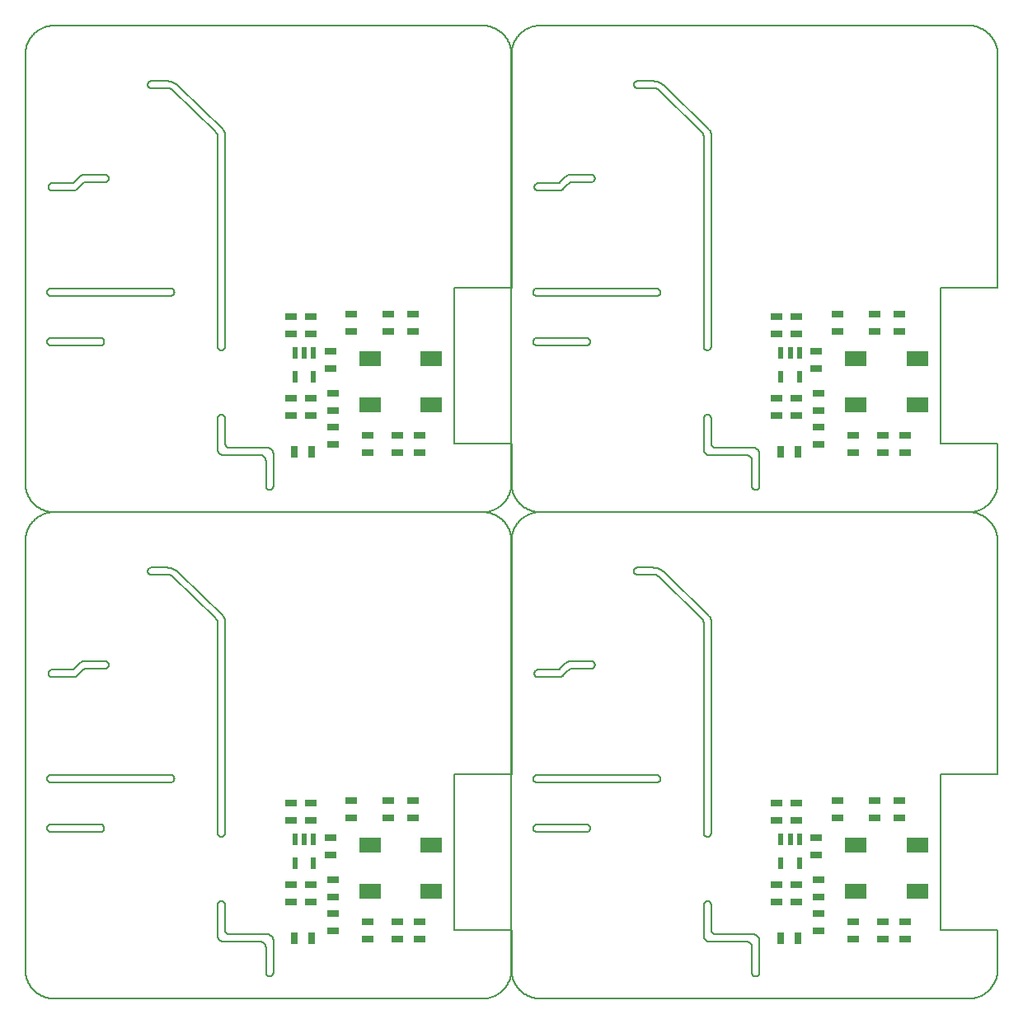
<source format=gtp>
G75*
%MOIN*%
%OFA0B0*%
%FSLAX25Y25*%
%IPPOS*%
%LPD*%
%AMOC8*
5,1,8,0,0,1.08239X$1,22.5*
%
%ADD10C,0.00800*%
%ADD11C,0.00500*%
%ADD12R,0.04724X0.03150*%
%ADD13R,0.03150X0.04724*%
%ADD14R,0.09055X0.06299*%
%ADD15R,0.02362X0.04803*%
D10*
X0012962Y0001400D02*
X0186190Y0001400D01*
X0186475Y0001403D01*
X0186761Y0001414D01*
X0187046Y0001431D01*
X0187330Y0001455D01*
X0187614Y0001486D01*
X0187897Y0001524D01*
X0188178Y0001569D01*
X0188459Y0001620D01*
X0188739Y0001678D01*
X0189017Y0001743D01*
X0189293Y0001815D01*
X0189567Y0001893D01*
X0189840Y0001978D01*
X0190110Y0002070D01*
X0190378Y0002168D01*
X0190644Y0002272D01*
X0190907Y0002383D01*
X0191167Y0002500D01*
X0191425Y0002623D01*
X0191679Y0002753D01*
X0191930Y0002889D01*
X0192178Y0003030D01*
X0192422Y0003178D01*
X0192663Y0003331D01*
X0192899Y0003491D01*
X0193132Y0003656D01*
X0193361Y0003826D01*
X0193586Y0004002D01*
X0193806Y0004184D01*
X0194022Y0004370D01*
X0194233Y0004562D01*
X0194440Y0004759D01*
X0194642Y0004961D01*
X0194839Y0005168D01*
X0195031Y0005379D01*
X0195217Y0005595D01*
X0195399Y0005815D01*
X0195575Y0006040D01*
X0195745Y0006269D01*
X0195910Y0006502D01*
X0196070Y0006738D01*
X0196223Y0006979D01*
X0196371Y0007223D01*
X0196512Y0007471D01*
X0196648Y0007722D01*
X0196778Y0007976D01*
X0196901Y0008234D01*
X0197018Y0008494D01*
X0197129Y0008757D01*
X0197233Y0009023D01*
X0197331Y0009291D01*
X0197423Y0009561D01*
X0197508Y0009834D01*
X0197586Y0010108D01*
X0197658Y0010384D01*
X0197723Y0010662D01*
X0197781Y0010942D01*
X0197832Y0011223D01*
X0197877Y0011504D01*
X0197915Y0011787D01*
X0197946Y0012071D01*
X0197970Y0012355D01*
X0197987Y0012640D01*
X0197998Y0012926D01*
X0198001Y0013211D01*
X0198001Y0029085D01*
X0174879Y0029085D01*
X0174879Y0092077D01*
X0198001Y0092077D01*
X0198001Y0186439D01*
X0197963Y0186439D02*
X0197963Y0013211D01*
X0197963Y0012924D01*
X0197971Y0012637D01*
X0197985Y0012351D01*
X0198007Y0012065D01*
X0198035Y0011780D01*
X0198071Y0011495D01*
X0198113Y0011211D01*
X0198163Y0010929D01*
X0198219Y0010647D01*
X0198283Y0010368D01*
X0198353Y0010090D01*
X0198430Y0009813D01*
X0198513Y0009539D01*
X0198604Y0009267D01*
X0198701Y0008997D01*
X0198804Y0008729D01*
X0198915Y0008464D01*
X0199031Y0008202D01*
X0199154Y0007943D01*
X0199284Y0007687D01*
X0199419Y0007435D01*
X0199561Y0007185D01*
X0199709Y0006939D01*
X0199863Y0006697D01*
X0200022Y0006459D01*
X0200188Y0006225D01*
X0200359Y0005995D01*
X0200536Y0005769D01*
X0200718Y0005547D01*
X0200906Y0005331D01*
X0201099Y0005118D01*
X0201297Y0004911D01*
X0201500Y0004708D01*
X0201708Y0004511D01*
X0201921Y0004319D01*
X0202139Y0004132D01*
X0202361Y0003950D01*
X0202587Y0003774D01*
X0202818Y0003603D01*
X0203052Y0003439D01*
X0203291Y0003280D01*
X0203534Y0003127D01*
X0203780Y0002979D01*
X0204030Y0002839D01*
X0204283Y0002704D01*
X0204539Y0002575D01*
X0204799Y0002453D01*
X0205061Y0002337D01*
X0205327Y0002228D01*
X0205594Y0002125D01*
X0205865Y0002029D01*
X0206137Y0001939D01*
X0206412Y0001856D01*
X0206688Y0001780D01*
X0206967Y0001711D01*
X0207247Y0001649D01*
X0207528Y0001593D01*
X0207811Y0001544D01*
X0208094Y0001503D01*
X0208379Y0001468D01*
X0208665Y0001441D01*
X0208951Y0001420D01*
X0209237Y0001406D01*
X0209524Y0001400D01*
X0382753Y0001400D01*
X0383038Y0001403D01*
X0383324Y0001414D01*
X0383609Y0001431D01*
X0383893Y0001455D01*
X0384177Y0001486D01*
X0384460Y0001524D01*
X0384741Y0001569D01*
X0385022Y0001620D01*
X0385302Y0001678D01*
X0385580Y0001743D01*
X0385856Y0001815D01*
X0386130Y0001893D01*
X0386403Y0001978D01*
X0386673Y0002070D01*
X0386941Y0002168D01*
X0387207Y0002272D01*
X0387470Y0002383D01*
X0387730Y0002500D01*
X0387988Y0002623D01*
X0388242Y0002753D01*
X0388493Y0002889D01*
X0388741Y0003030D01*
X0388985Y0003178D01*
X0389226Y0003331D01*
X0389462Y0003491D01*
X0389695Y0003656D01*
X0389924Y0003826D01*
X0390149Y0004002D01*
X0390369Y0004184D01*
X0390585Y0004370D01*
X0390796Y0004562D01*
X0391003Y0004759D01*
X0391205Y0004961D01*
X0391402Y0005168D01*
X0391594Y0005379D01*
X0391780Y0005595D01*
X0391962Y0005815D01*
X0392138Y0006040D01*
X0392308Y0006269D01*
X0392473Y0006502D01*
X0392633Y0006738D01*
X0392786Y0006979D01*
X0392934Y0007223D01*
X0393075Y0007471D01*
X0393211Y0007722D01*
X0393341Y0007976D01*
X0393464Y0008234D01*
X0393581Y0008494D01*
X0393692Y0008757D01*
X0393796Y0009023D01*
X0393894Y0009291D01*
X0393986Y0009561D01*
X0394071Y0009834D01*
X0394149Y0010108D01*
X0394221Y0010384D01*
X0394286Y0010662D01*
X0394344Y0010942D01*
X0394395Y0011223D01*
X0394440Y0011504D01*
X0394478Y0011787D01*
X0394509Y0012071D01*
X0394533Y0012355D01*
X0394550Y0012640D01*
X0394561Y0012926D01*
X0394564Y0013211D01*
X0394564Y0029085D01*
X0371442Y0029085D01*
X0371442Y0092077D01*
X0394564Y0092077D01*
X0394564Y0186439D01*
X0394564Y0186440D02*
X0394559Y0186723D01*
X0394547Y0187007D01*
X0394528Y0187290D01*
X0394503Y0187573D01*
X0394471Y0187855D01*
X0394432Y0188136D01*
X0394386Y0188417D01*
X0394333Y0188696D01*
X0394274Y0188973D01*
X0394207Y0189249D01*
X0394135Y0189524D01*
X0394055Y0189796D01*
X0393969Y0190067D01*
X0393877Y0190335D01*
X0393778Y0190602D01*
X0393673Y0190865D01*
X0393561Y0191126D01*
X0393443Y0191385D01*
X0393319Y0191640D01*
X0393189Y0191892D01*
X0393053Y0192141D01*
X0392910Y0192387D01*
X0392762Y0192629D01*
X0392608Y0192868D01*
X0392449Y0193103D01*
X0392283Y0193333D01*
X0392112Y0193560D01*
X0391936Y0193783D01*
X0391755Y0194001D01*
X0391568Y0194215D01*
X0391376Y0194424D01*
X0391179Y0194628D01*
X0390977Y0194828D01*
X0390770Y0195023D01*
X0390559Y0195213D01*
X0390343Y0195397D01*
X0390123Y0195576D01*
X0389899Y0195750D01*
X0389670Y0195919D01*
X0389438Y0196082D01*
X0389201Y0196239D01*
X0388961Y0196390D01*
X0388717Y0196536D01*
X0388470Y0196675D01*
X0388220Y0196809D01*
X0387966Y0196937D01*
X0387709Y0197058D01*
X0387450Y0197173D01*
X0387188Y0197282D01*
X0386923Y0197385D01*
X0386656Y0197481D01*
X0386386Y0197570D01*
X0386115Y0197653D01*
X0385841Y0197730D01*
X0385566Y0197799D01*
X0385289Y0197863D01*
X0385011Y0197919D01*
X0384731Y0197969D01*
X0384451Y0198012D01*
X0384169Y0198048D01*
X0383887Y0198077D01*
X0383604Y0198099D01*
X0383320Y0198115D01*
X0383036Y0198124D01*
X0382752Y0198126D01*
X0382753Y0198125D02*
X0209524Y0198125D01*
X0209524Y0198087D02*
X0382753Y0198087D01*
X0382753Y0198088D02*
X0383038Y0198091D01*
X0383324Y0198102D01*
X0383609Y0198119D01*
X0383893Y0198143D01*
X0384177Y0198174D01*
X0384460Y0198212D01*
X0384741Y0198257D01*
X0385022Y0198308D01*
X0385302Y0198366D01*
X0385580Y0198431D01*
X0385856Y0198503D01*
X0386130Y0198581D01*
X0386403Y0198666D01*
X0386673Y0198758D01*
X0386941Y0198856D01*
X0387207Y0198960D01*
X0387470Y0199071D01*
X0387730Y0199188D01*
X0387988Y0199311D01*
X0388242Y0199441D01*
X0388493Y0199577D01*
X0388741Y0199718D01*
X0388985Y0199866D01*
X0389226Y0200019D01*
X0389462Y0200179D01*
X0389695Y0200344D01*
X0389924Y0200514D01*
X0390149Y0200690D01*
X0390369Y0200872D01*
X0390585Y0201058D01*
X0390796Y0201250D01*
X0391003Y0201447D01*
X0391205Y0201649D01*
X0391402Y0201856D01*
X0391594Y0202067D01*
X0391780Y0202283D01*
X0391962Y0202503D01*
X0392138Y0202728D01*
X0392308Y0202957D01*
X0392473Y0203190D01*
X0392633Y0203426D01*
X0392786Y0203667D01*
X0392934Y0203911D01*
X0393075Y0204159D01*
X0393211Y0204410D01*
X0393341Y0204664D01*
X0393464Y0204922D01*
X0393581Y0205182D01*
X0393692Y0205445D01*
X0393796Y0205711D01*
X0393894Y0205979D01*
X0393986Y0206249D01*
X0394071Y0206522D01*
X0394149Y0206796D01*
X0394221Y0207072D01*
X0394286Y0207350D01*
X0394344Y0207630D01*
X0394395Y0207911D01*
X0394440Y0208192D01*
X0394478Y0208475D01*
X0394509Y0208759D01*
X0394533Y0209043D01*
X0394550Y0209328D01*
X0394561Y0209614D01*
X0394564Y0209899D01*
X0394564Y0225773D01*
X0371442Y0225773D01*
X0371442Y0288765D01*
X0394564Y0288765D01*
X0394564Y0383127D01*
X0394559Y0383410D01*
X0394547Y0383694D01*
X0394528Y0383977D01*
X0394503Y0384260D01*
X0394471Y0384542D01*
X0394432Y0384823D01*
X0394386Y0385104D01*
X0394333Y0385383D01*
X0394274Y0385660D01*
X0394207Y0385936D01*
X0394135Y0386211D01*
X0394055Y0386483D01*
X0393969Y0386754D01*
X0393877Y0387022D01*
X0393778Y0387289D01*
X0393673Y0387552D01*
X0393561Y0387813D01*
X0393443Y0388072D01*
X0393319Y0388327D01*
X0393189Y0388579D01*
X0393053Y0388828D01*
X0392910Y0389074D01*
X0392762Y0389316D01*
X0392608Y0389555D01*
X0392449Y0389790D01*
X0392283Y0390020D01*
X0392112Y0390247D01*
X0391936Y0390470D01*
X0391755Y0390688D01*
X0391568Y0390902D01*
X0391376Y0391111D01*
X0391179Y0391315D01*
X0390977Y0391515D01*
X0390770Y0391710D01*
X0390559Y0391900D01*
X0390343Y0392084D01*
X0390123Y0392263D01*
X0389899Y0392437D01*
X0389670Y0392606D01*
X0389438Y0392769D01*
X0389201Y0392926D01*
X0388961Y0393077D01*
X0388717Y0393223D01*
X0388470Y0393362D01*
X0388220Y0393496D01*
X0387966Y0393624D01*
X0387709Y0393745D01*
X0387450Y0393860D01*
X0387188Y0393969D01*
X0386923Y0394072D01*
X0386656Y0394168D01*
X0386386Y0394257D01*
X0386115Y0394340D01*
X0385841Y0394417D01*
X0385566Y0394486D01*
X0385289Y0394550D01*
X0385011Y0394606D01*
X0384731Y0394656D01*
X0384451Y0394699D01*
X0384169Y0394735D01*
X0383887Y0394764D01*
X0383604Y0394786D01*
X0383320Y0394802D01*
X0383036Y0394811D01*
X0382752Y0394813D01*
X0382753Y0394813D02*
X0209524Y0394813D01*
X0209244Y0394808D01*
X0208963Y0394796D01*
X0208683Y0394778D01*
X0208403Y0394753D01*
X0208124Y0394721D01*
X0207846Y0394682D01*
X0207568Y0394636D01*
X0207292Y0394584D01*
X0207018Y0394526D01*
X0206745Y0394460D01*
X0206473Y0394388D01*
X0206203Y0394310D01*
X0205936Y0394225D01*
X0205670Y0394133D01*
X0205407Y0394035D01*
X0205146Y0393931D01*
X0204888Y0393821D01*
X0204632Y0393704D01*
X0204379Y0393581D01*
X0204130Y0393452D01*
X0203883Y0393317D01*
X0203640Y0393177D01*
X0203401Y0393030D01*
X0203165Y0392878D01*
X0202932Y0392720D01*
X0202704Y0392556D01*
X0202480Y0392387D01*
X0202260Y0392213D01*
X0202044Y0392033D01*
X0201832Y0391848D01*
X0201625Y0391658D01*
X0201423Y0391463D01*
X0201225Y0391264D01*
X0201033Y0391059D01*
X0200845Y0390850D01*
X0200662Y0390637D01*
X0200485Y0390419D01*
X0200313Y0390197D01*
X0200146Y0389971D01*
X0199985Y0389741D01*
X0199830Y0389507D01*
X0199680Y0389269D01*
X0199536Y0389028D01*
X0199398Y0388783D01*
X0199266Y0388536D01*
X0199139Y0388285D01*
X0199019Y0388031D01*
X0198905Y0387774D01*
X0198798Y0387514D01*
X0198696Y0387252D01*
X0198601Y0386988D01*
X0198513Y0386722D01*
X0198431Y0386453D01*
X0198355Y0386182D01*
X0198286Y0385910D01*
X0198224Y0385636D01*
X0198168Y0385361D01*
X0198119Y0385084D01*
X0198076Y0384807D01*
X0198040Y0384528D01*
X0198011Y0384249D01*
X0197989Y0383969D01*
X0197974Y0383688D01*
X0197965Y0383407D01*
X0197963Y0383126D01*
X0197963Y0383127D02*
X0197963Y0209899D01*
X0198001Y0209899D02*
X0198001Y0225773D01*
X0174879Y0225773D01*
X0174879Y0288765D01*
X0198001Y0288765D01*
X0198001Y0383127D01*
X0198002Y0383127D02*
X0197997Y0383410D01*
X0197985Y0383694D01*
X0197966Y0383977D01*
X0197941Y0384260D01*
X0197909Y0384542D01*
X0197870Y0384823D01*
X0197824Y0385104D01*
X0197771Y0385383D01*
X0197712Y0385660D01*
X0197645Y0385936D01*
X0197573Y0386211D01*
X0197493Y0386483D01*
X0197407Y0386754D01*
X0197315Y0387022D01*
X0197216Y0387289D01*
X0197111Y0387552D01*
X0196999Y0387813D01*
X0196881Y0388072D01*
X0196757Y0388327D01*
X0196627Y0388579D01*
X0196491Y0388828D01*
X0196348Y0389074D01*
X0196200Y0389316D01*
X0196046Y0389555D01*
X0195887Y0389790D01*
X0195721Y0390020D01*
X0195550Y0390247D01*
X0195374Y0390470D01*
X0195193Y0390688D01*
X0195006Y0390902D01*
X0194814Y0391111D01*
X0194617Y0391315D01*
X0194415Y0391515D01*
X0194208Y0391710D01*
X0193997Y0391900D01*
X0193781Y0392084D01*
X0193561Y0392263D01*
X0193337Y0392437D01*
X0193108Y0392606D01*
X0192876Y0392769D01*
X0192639Y0392926D01*
X0192399Y0393077D01*
X0192155Y0393223D01*
X0191908Y0393362D01*
X0191658Y0393496D01*
X0191404Y0393624D01*
X0191147Y0393745D01*
X0190888Y0393860D01*
X0190626Y0393969D01*
X0190361Y0394072D01*
X0190094Y0394168D01*
X0189824Y0394257D01*
X0189553Y0394340D01*
X0189279Y0394417D01*
X0189004Y0394486D01*
X0188727Y0394550D01*
X0188449Y0394606D01*
X0188169Y0394656D01*
X0187889Y0394699D01*
X0187607Y0394735D01*
X0187325Y0394764D01*
X0187042Y0394786D01*
X0186758Y0394802D01*
X0186474Y0394811D01*
X0186190Y0394813D01*
X0012962Y0394813D01*
X0012961Y0394813D02*
X0012681Y0394808D01*
X0012400Y0394796D01*
X0012120Y0394778D01*
X0011840Y0394753D01*
X0011561Y0394721D01*
X0011283Y0394682D01*
X0011005Y0394636D01*
X0010729Y0394584D01*
X0010455Y0394526D01*
X0010182Y0394460D01*
X0009910Y0394388D01*
X0009640Y0394310D01*
X0009373Y0394225D01*
X0009107Y0394133D01*
X0008844Y0394035D01*
X0008583Y0393931D01*
X0008325Y0393821D01*
X0008069Y0393704D01*
X0007816Y0393581D01*
X0007567Y0393452D01*
X0007320Y0393317D01*
X0007077Y0393177D01*
X0006838Y0393030D01*
X0006602Y0392878D01*
X0006369Y0392720D01*
X0006141Y0392556D01*
X0005917Y0392387D01*
X0005697Y0392213D01*
X0005481Y0392033D01*
X0005269Y0391848D01*
X0005062Y0391658D01*
X0004860Y0391463D01*
X0004662Y0391264D01*
X0004470Y0391059D01*
X0004282Y0390850D01*
X0004099Y0390637D01*
X0003922Y0390419D01*
X0003750Y0390197D01*
X0003583Y0389971D01*
X0003422Y0389741D01*
X0003267Y0389507D01*
X0003117Y0389269D01*
X0002973Y0389028D01*
X0002835Y0388783D01*
X0002703Y0388536D01*
X0002576Y0388285D01*
X0002456Y0388031D01*
X0002342Y0387774D01*
X0002235Y0387514D01*
X0002133Y0387252D01*
X0002038Y0386988D01*
X0001950Y0386722D01*
X0001868Y0386453D01*
X0001792Y0386182D01*
X0001723Y0385910D01*
X0001661Y0385636D01*
X0001605Y0385361D01*
X0001556Y0385084D01*
X0001513Y0384807D01*
X0001477Y0384528D01*
X0001448Y0384249D01*
X0001426Y0383969D01*
X0001411Y0383688D01*
X0001402Y0383407D01*
X0001400Y0383126D01*
X0001401Y0383127D02*
X0001401Y0209899D01*
X0001401Y0209612D01*
X0001409Y0209325D01*
X0001423Y0209039D01*
X0001445Y0208753D01*
X0001473Y0208468D01*
X0001509Y0208183D01*
X0001551Y0207899D01*
X0001601Y0207617D01*
X0001657Y0207335D01*
X0001721Y0207056D01*
X0001791Y0206778D01*
X0001868Y0206501D01*
X0001951Y0206227D01*
X0002042Y0205955D01*
X0002139Y0205685D01*
X0002242Y0205417D01*
X0002353Y0205152D01*
X0002469Y0204890D01*
X0002592Y0204631D01*
X0002722Y0204375D01*
X0002857Y0204123D01*
X0002999Y0203873D01*
X0003147Y0203627D01*
X0003301Y0203385D01*
X0003460Y0203147D01*
X0003626Y0202913D01*
X0003797Y0202683D01*
X0003974Y0202457D01*
X0004156Y0202235D01*
X0004344Y0202019D01*
X0004537Y0201806D01*
X0004735Y0201599D01*
X0004938Y0201396D01*
X0005146Y0201199D01*
X0005359Y0201007D01*
X0005577Y0200820D01*
X0005799Y0200638D01*
X0006025Y0200462D01*
X0006256Y0200291D01*
X0006490Y0200127D01*
X0006729Y0199968D01*
X0006972Y0199815D01*
X0007218Y0199667D01*
X0007468Y0199527D01*
X0007721Y0199392D01*
X0007977Y0199263D01*
X0008237Y0199141D01*
X0008499Y0199025D01*
X0008765Y0198916D01*
X0009032Y0198813D01*
X0009303Y0198717D01*
X0009575Y0198627D01*
X0009850Y0198544D01*
X0010126Y0198468D01*
X0010405Y0198399D01*
X0010685Y0198337D01*
X0010966Y0198281D01*
X0011249Y0198232D01*
X0011532Y0198191D01*
X0011817Y0198156D01*
X0012103Y0198129D01*
X0012389Y0198108D01*
X0012675Y0198094D01*
X0012962Y0198088D01*
X0012962Y0198087D02*
X0186190Y0198087D01*
X0186190Y0198125D02*
X0012962Y0198125D01*
X0012961Y0198126D02*
X0012681Y0198121D01*
X0012400Y0198109D01*
X0012120Y0198091D01*
X0011840Y0198066D01*
X0011561Y0198034D01*
X0011283Y0197995D01*
X0011005Y0197949D01*
X0010729Y0197897D01*
X0010455Y0197839D01*
X0010182Y0197773D01*
X0009910Y0197701D01*
X0009640Y0197623D01*
X0009373Y0197538D01*
X0009107Y0197446D01*
X0008844Y0197348D01*
X0008583Y0197244D01*
X0008325Y0197134D01*
X0008069Y0197017D01*
X0007816Y0196894D01*
X0007567Y0196765D01*
X0007320Y0196630D01*
X0007077Y0196490D01*
X0006838Y0196343D01*
X0006602Y0196191D01*
X0006369Y0196033D01*
X0006141Y0195869D01*
X0005917Y0195700D01*
X0005697Y0195526D01*
X0005481Y0195346D01*
X0005269Y0195161D01*
X0005062Y0194971D01*
X0004860Y0194776D01*
X0004662Y0194577D01*
X0004470Y0194372D01*
X0004282Y0194163D01*
X0004099Y0193950D01*
X0003922Y0193732D01*
X0003750Y0193510D01*
X0003583Y0193284D01*
X0003422Y0193054D01*
X0003267Y0192820D01*
X0003117Y0192582D01*
X0002973Y0192341D01*
X0002835Y0192096D01*
X0002703Y0191849D01*
X0002576Y0191598D01*
X0002456Y0191344D01*
X0002342Y0191087D01*
X0002235Y0190827D01*
X0002133Y0190565D01*
X0002038Y0190301D01*
X0001950Y0190035D01*
X0001868Y0189766D01*
X0001792Y0189495D01*
X0001723Y0189223D01*
X0001661Y0188949D01*
X0001605Y0188674D01*
X0001556Y0188397D01*
X0001513Y0188120D01*
X0001477Y0187841D01*
X0001448Y0187562D01*
X0001426Y0187282D01*
X0001411Y0187001D01*
X0001402Y0186720D01*
X0001400Y0186439D01*
X0001401Y0186439D02*
X0001401Y0013211D01*
X0001401Y0012924D01*
X0001409Y0012637D01*
X0001423Y0012351D01*
X0001445Y0012065D01*
X0001473Y0011780D01*
X0001509Y0011495D01*
X0001551Y0011211D01*
X0001601Y0010929D01*
X0001657Y0010647D01*
X0001721Y0010368D01*
X0001791Y0010090D01*
X0001868Y0009813D01*
X0001951Y0009539D01*
X0002042Y0009267D01*
X0002139Y0008997D01*
X0002242Y0008729D01*
X0002353Y0008464D01*
X0002469Y0008202D01*
X0002592Y0007943D01*
X0002722Y0007687D01*
X0002857Y0007435D01*
X0002999Y0007185D01*
X0003147Y0006939D01*
X0003301Y0006697D01*
X0003460Y0006459D01*
X0003626Y0006225D01*
X0003797Y0005995D01*
X0003974Y0005769D01*
X0004156Y0005547D01*
X0004344Y0005331D01*
X0004537Y0005118D01*
X0004735Y0004911D01*
X0004938Y0004708D01*
X0005146Y0004511D01*
X0005359Y0004319D01*
X0005577Y0004132D01*
X0005799Y0003950D01*
X0006025Y0003774D01*
X0006256Y0003603D01*
X0006490Y0003439D01*
X0006729Y0003280D01*
X0006972Y0003127D01*
X0007218Y0002979D01*
X0007468Y0002839D01*
X0007721Y0002704D01*
X0007977Y0002575D01*
X0008237Y0002453D01*
X0008499Y0002337D01*
X0008765Y0002228D01*
X0009032Y0002125D01*
X0009303Y0002029D01*
X0009575Y0001939D01*
X0009850Y0001856D01*
X0010126Y0001780D01*
X0010405Y0001711D01*
X0010685Y0001649D01*
X0010966Y0001593D01*
X0011249Y0001544D01*
X0011532Y0001503D01*
X0011817Y0001468D01*
X0012103Y0001441D01*
X0012389Y0001420D01*
X0012675Y0001406D01*
X0012962Y0001400D01*
X0198002Y0186440D02*
X0197997Y0186723D01*
X0197985Y0187007D01*
X0197966Y0187290D01*
X0197941Y0187573D01*
X0197909Y0187855D01*
X0197870Y0188136D01*
X0197824Y0188417D01*
X0197771Y0188696D01*
X0197712Y0188973D01*
X0197645Y0189249D01*
X0197573Y0189524D01*
X0197493Y0189796D01*
X0197407Y0190067D01*
X0197315Y0190335D01*
X0197216Y0190602D01*
X0197111Y0190865D01*
X0196999Y0191126D01*
X0196881Y0191385D01*
X0196757Y0191640D01*
X0196627Y0191892D01*
X0196491Y0192141D01*
X0196348Y0192387D01*
X0196200Y0192629D01*
X0196046Y0192868D01*
X0195887Y0193103D01*
X0195721Y0193333D01*
X0195550Y0193560D01*
X0195374Y0193783D01*
X0195193Y0194001D01*
X0195006Y0194215D01*
X0194814Y0194424D01*
X0194617Y0194628D01*
X0194415Y0194828D01*
X0194208Y0195023D01*
X0193997Y0195213D01*
X0193781Y0195397D01*
X0193561Y0195576D01*
X0193337Y0195750D01*
X0193108Y0195919D01*
X0192876Y0196082D01*
X0192639Y0196239D01*
X0192399Y0196390D01*
X0192155Y0196536D01*
X0191908Y0196675D01*
X0191658Y0196809D01*
X0191404Y0196937D01*
X0191147Y0197058D01*
X0190888Y0197173D01*
X0190626Y0197282D01*
X0190361Y0197385D01*
X0190094Y0197481D01*
X0189824Y0197570D01*
X0189553Y0197653D01*
X0189279Y0197730D01*
X0189004Y0197799D01*
X0188727Y0197863D01*
X0188449Y0197919D01*
X0188169Y0197969D01*
X0187889Y0198012D01*
X0187607Y0198048D01*
X0187325Y0198077D01*
X0187042Y0198099D01*
X0186758Y0198115D01*
X0186474Y0198124D01*
X0186190Y0198126D01*
X0186190Y0198088D02*
X0186475Y0198091D01*
X0186761Y0198102D01*
X0187046Y0198119D01*
X0187330Y0198143D01*
X0187614Y0198174D01*
X0187897Y0198212D01*
X0188178Y0198257D01*
X0188459Y0198308D01*
X0188739Y0198366D01*
X0189017Y0198431D01*
X0189293Y0198503D01*
X0189567Y0198581D01*
X0189840Y0198666D01*
X0190110Y0198758D01*
X0190378Y0198856D01*
X0190644Y0198960D01*
X0190907Y0199071D01*
X0191167Y0199188D01*
X0191425Y0199311D01*
X0191679Y0199441D01*
X0191930Y0199577D01*
X0192178Y0199718D01*
X0192422Y0199866D01*
X0192663Y0200019D01*
X0192899Y0200179D01*
X0193132Y0200344D01*
X0193361Y0200514D01*
X0193586Y0200690D01*
X0193806Y0200872D01*
X0194022Y0201058D01*
X0194233Y0201250D01*
X0194440Y0201447D01*
X0194642Y0201649D01*
X0194839Y0201856D01*
X0195031Y0202067D01*
X0195217Y0202283D01*
X0195399Y0202503D01*
X0195575Y0202728D01*
X0195745Y0202957D01*
X0195910Y0203190D01*
X0196070Y0203426D01*
X0196223Y0203667D01*
X0196371Y0203911D01*
X0196512Y0204159D01*
X0196648Y0204410D01*
X0196778Y0204664D01*
X0196901Y0204922D01*
X0197018Y0205182D01*
X0197129Y0205445D01*
X0197233Y0205711D01*
X0197331Y0205979D01*
X0197423Y0206249D01*
X0197508Y0206522D01*
X0197586Y0206796D01*
X0197658Y0207072D01*
X0197723Y0207350D01*
X0197781Y0207630D01*
X0197832Y0207911D01*
X0197877Y0208192D01*
X0197915Y0208475D01*
X0197946Y0208759D01*
X0197970Y0209043D01*
X0197987Y0209328D01*
X0197998Y0209614D01*
X0198001Y0209899D01*
X0197963Y0209899D02*
X0197963Y0209612D01*
X0197971Y0209325D01*
X0197985Y0209039D01*
X0198007Y0208753D01*
X0198035Y0208468D01*
X0198071Y0208183D01*
X0198113Y0207899D01*
X0198163Y0207617D01*
X0198219Y0207335D01*
X0198283Y0207056D01*
X0198353Y0206778D01*
X0198430Y0206501D01*
X0198513Y0206227D01*
X0198604Y0205955D01*
X0198701Y0205685D01*
X0198804Y0205417D01*
X0198915Y0205152D01*
X0199031Y0204890D01*
X0199154Y0204631D01*
X0199284Y0204375D01*
X0199419Y0204123D01*
X0199561Y0203873D01*
X0199709Y0203627D01*
X0199863Y0203385D01*
X0200022Y0203147D01*
X0200188Y0202913D01*
X0200359Y0202683D01*
X0200536Y0202457D01*
X0200718Y0202235D01*
X0200906Y0202019D01*
X0201099Y0201806D01*
X0201297Y0201599D01*
X0201500Y0201396D01*
X0201708Y0201199D01*
X0201921Y0201007D01*
X0202139Y0200820D01*
X0202361Y0200638D01*
X0202587Y0200462D01*
X0202818Y0200291D01*
X0203052Y0200127D01*
X0203291Y0199968D01*
X0203534Y0199815D01*
X0203780Y0199667D01*
X0204030Y0199527D01*
X0204283Y0199392D01*
X0204539Y0199263D01*
X0204799Y0199141D01*
X0205061Y0199025D01*
X0205327Y0198916D01*
X0205594Y0198813D01*
X0205865Y0198717D01*
X0206137Y0198627D01*
X0206412Y0198544D01*
X0206688Y0198468D01*
X0206967Y0198399D01*
X0207247Y0198337D01*
X0207528Y0198281D01*
X0207811Y0198232D01*
X0208094Y0198191D01*
X0208379Y0198156D01*
X0208665Y0198129D01*
X0208951Y0198108D01*
X0209237Y0198094D01*
X0209524Y0198088D01*
X0209524Y0198126D02*
X0209244Y0198121D01*
X0208963Y0198109D01*
X0208683Y0198091D01*
X0208403Y0198066D01*
X0208124Y0198034D01*
X0207846Y0197995D01*
X0207568Y0197949D01*
X0207292Y0197897D01*
X0207018Y0197839D01*
X0206745Y0197773D01*
X0206473Y0197701D01*
X0206203Y0197623D01*
X0205936Y0197538D01*
X0205670Y0197446D01*
X0205407Y0197348D01*
X0205146Y0197244D01*
X0204888Y0197134D01*
X0204632Y0197017D01*
X0204379Y0196894D01*
X0204130Y0196765D01*
X0203883Y0196630D01*
X0203640Y0196490D01*
X0203401Y0196343D01*
X0203165Y0196191D01*
X0202932Y0196033D01*
X0202704Y0195869D01*
X0202480Y0195700D01*
X0202260Y0195526D01*
X0202044Y0195346D01*
X0201832Y0195161D01*
X0201625Y0194971D01*
X0201423Y0194776D01*
X0201225Y0194577D01*
X0201033Y0194372D01*
X0200845Y0194163D01*
X0200662Y0193950D01*
X0200485Y0193732D01*
X0200313Y0193510D01*
X0200146Y0193284D01*
X0199985Y0193054D01*
X0199830Y0192820D01*
X0199680Y0192582D01*
X0199536Y0192341D01*
X0199398Y0192096D01*
X0199266Y0191849D01*
X0199139Y0191598D01*
X0199019Y0191344D01*
X0198905Y0191087D01*
X0198798Y0190827D01*
X0198696Y0190565D01*
X0198601Y0190301D01*
X0198513Y0190035D01*
X0198431Y0189766D01*
X0198355Y0189495D01*
X0198286Y0189223D01*
X0198224Y0188949D01*
X0198168Y0188674D01*
X0198119Y0188397D01*
X0198076Y0188120D01*
X0198040Y0187841D01*
X0198011Y0187562D01*
X0197989Y0187282D01*
X0197974Y0187001D01*
X0197965Y0186720D01*
X0197963Y0186439D01*
D11*
X0248713Y0175650D02*
X0255463Y0175650D01*
X0255499Y0172900D02*
X0248713Y0172900D01*
X0248641Y0172908D01*
X0248570Y0172920D01*
X0248499Y0172936D01*
X0248430Y0172956D01*
X0248361Y0172979D01*
X0248294Y0173006D01*
X0248228Y0173036D01*
X0248164Y0173069D01*
X0248102Y0173106D01*
X0248042Y0173146D01*
X0247984Y0173190D01*
X0247928Y0173236D01*
X0247875Y0173285D01*
X0247825Y0173337D01*
X0247777Y0173391D01*
X0247732Y0173448D01*
X0247690Y0173507D01*
X0247652Y0173568D01*
X0247616Y0173631D01*
X0247584Y0173696D01*
X0247556Y0173762D01*
X0247531Y0173830D01*
X0247509Y0173899D01*
X0247491Y0173969D01*
X0247477Y0174040D01*
X0247467Y0174111D01*
X0247460Y0174183D01*
X0247457Y0174256D01*
X0247458Y0174328D01*
X0247463Y0174400D01*
X0247465Y0174468D01*
X0247470Y0174535D01*
X0247479Y0174602D01*
X0247492Y0174669D01*
X0247509Y0174734D01*
X0247528Y0174799D01*
X0247552Y0174863D01*
X0247579Y0174925D01*
X0247609Y0174986D01*
X0247642Y0175044D01*
X0247678Y0175101D01*
X0247718Y0175156D01*
X0247760Y0175209D01*
X0247806Y0175260D01*
X0247853Y0175307D01*
X0247904Y0175353D01*
X0247957Y0175395D01*
X0248012Y0175435D01*
X0248069Y0175471D01*
X0248127Y0175504D01*
X0248188Y0175534D01*
X0248250Y0175561D01*
X0248314Y0175585D01*
X0248379Y0175604D01*
X0248444Y0175621D01*
X0248511Y0175634D01*
X0248578Y0175643D01*
X0248645Y0175648D01*
X0248713Y0175650D01*
X0255499Y0172900D02*
X0255600Y0172901D01*
X0255702Y0172899D01*
X0255803Y0172892D01*
X0255904Y0172883D01*
X0256005Y0172869D01*
X0256105Y0172851D01*
X0256204Y0172830D01*
X0256303Y0172805D01*
X0256400Y0172777D01*
X0256497Y0172744D01*
X0256592Y0172709D01*
X0256686Y0172669D01*
X0256778Y0172627D01*
X0256868Y0172580D01*
X0256957Y0172531D01*
X0257044Y0172478D01*
X0257129Y0172422D01*
X0257211Y0172363D01*
X0257292Y0172301D01*
X0257369Y0172235D01*
X0257445Y0172167D01*
X0257445Y0172168D02*
X0274981Y0155132D01*
X0277982Y0156132D02*
X0278052Y0156046D01*
X0278120Y0155958D01*
X0278184Y0155867D01*
X0278245Y0155774D01*
X0278302Y0155679D01*
X0278356Y0155582D01*
X0278407Y0155483D01*
X0278454Y0155382D01*
X0278498Y0155280D01*
X0278537Y0155176D01*
X0278573Y0155071D01*
X0278606Y0154964D01*
X0278634Y0154857D01*
X0278659Y0154749D01*
X0278679Y0154639D01*
X0278696Y0154529D01*
X0278709Y0154419D01*
X0278718Y0154308D01*
X0278723Y0154197D01*
X0278724Y0154086D01*
X0278721Y0153975D01*
X0278714Y0153864D01*
X0278713Y0153864D02*
X0278713Y0153900D01*
X0278713Y0153864D02*
X0278713Y0068400D01*
X0278711Y0068324D01*
X0278705Y0068248D01*
X0278696Y0068173D01*
X0278682Y0068098D01*
X0278665Y0068024D01*
X0278644Y0067951D01*
X0278620Y0067879D01*
X0278591Y0067808D01*
X0278560Y0067739D01*
X0278525Y0067672D01*
X0278486Y0067607D01*
X0278444Y0067543D01*
X0278399Y0067482D01*
X0278351Y0067423D01*
X0278300Y0067367D01*
X0278246Y0067313D01*
X0278190Y0067262D01*
X0278131Y0067214D01*
X0278070Y0067169D01*
X0278006Y0067127D01*
X0277941Y0067088D01*
X0277874Y0067053D01*
X0277805Y0067022D01*
X0277734Y0066993D01*
X0277662Y0066969D01*
X0277589Y0066948D01*
X0277515Y0066931D01*
X0277440Y0066917D01*
X0277365Y0066908D01*
X0277289Y0066902D01*
X0277213Y0066900D01*
X0277137Y0066902D01*
X0277061Y0066908D01*
X0276986Y0066917D01*
X0276911Y0066931D01*
X0276837Y0066948D01*
X0276764Y0066969D01*
X0276692Y0066993D01*
X0276621Y0067022D01*
X0276552Y0067053D01*
X0276485Y0067088D01*
X0276420Y0067127D01*
X0276356Y0067169D01*
X0276295Y0067214D01*
X0276236Y0067262D01*
X0276180Y0067313D01*
X0276126Y0067367D01*
X0276075Y0067423D01*
X0276027Y0067482D01*
X0275982Y0067543D01*
X0275940Y0067607D01*
X0275901Y0067672D01*
X0275866Y0067739D01*
X0275835Y0067808D01*
X0275806Y0067879D01*
X0275782Y0067951D01*
X0275761Y0068024D01*
X0275744Y0068098D01*
X0275730Y0068173D01*
X0275721Y0068248D01*
X0275715Y0068324D01*
X0275713Y0068400D01*
X0275713Y0153364D01*
X0275713Y0153400D01*
X0275713Y0153364D02*
X0275711Y0153462D01*
X0275705Y0153560D01*
X0275696Y0153658D01*
X0275682Y0153755D01*
X0275665Y0153852D01*
X0275644Y0153948D01*
X0275619Y0154043D01*
X0275591Y0154137D01*
X0275558Y0154229D01*
X0275523Y0154321D01*
X0275483Y0154411D01*
X0275441Y0154499D01*
X0275394Y0154586D01*
X0275345Y0154670D01*
X0275292Y0154753D01*
X0275236Y0154833D01*
X0275176Y0154912D01*
X0275114Y0154988D01*
X0275049Y0155061D01*
X0274981Y0155132D01*
X0277981Y0156132D02*
X0260067Y0173546D01*
X0259958Y0173660D01*
X0259847Y0173771D01*
X0259733Y0173880D01*
X0259617Y0173986D01*
X0259498Y0174089D01*
X0259377Y0174189D01*
X0259253Y0174287D01*
X0259127Y0174381D01*
X0258999Y0174472D01*
X0258868Y0174560D01*
X0258736Y0174646D01*
X0258602Y0174728D01*
X0258465Y0174806D01*
X0258327Y0174882D01*
X0258187Y0174954D01*
X0258046Y0175023D01*
X0257903Y0175088D01*
X0257758Y0175150D01*
X0257612Y0175209D01*
X0257464Y0175264D01*
X0257316Y0175315D01*
X0257166Y0175363D01*
X0257015Y0175407D01*
X0256863Y0175448D01*
X0256710Y0175485D01*
X0256556Y0175519D01*
X0256402Y0175549D01*
X0256246Y0175575D01*
X0256091Y0175597D01*
X0255934Y0175616D01*
X0255778Y0175631D01*
X0255621Y0175642D01*
X0255463Y0175650D01*
X0230213Y0137900D02*
X0222249Y0137900D01*
X0219981Y0137168D02*
X0217567Y0134754D01*
X0218946Y0132132D02*
X0218875Y0132064D01*
X0218802Y0131999D01*
X0218726Y0131937D01*
X0218647Y0131877D01*
X0218567Y0131821D01*
X0218484Y0131768D01*
X0218400Y0131719D01*
X0218313Y0131672D01*
X0218225Y0131630D01*
X0218135Y0131590D01*
X0218043Y0131555D01*
X0217951Y0131522D01*
X0217857Y0131494D01*
X0217762Y0131469D01*
X0217666Y0131448D01*
X0217569Y0131431D01*
X0217472Y0131417D01*
X0217374Y0131408D01*
X0217276Y0131402D01*
X0217178Y0131400D01*
X0208713Y0131400D01*
X0207213Y0132900D02*
X0207215Y0132976D01*
X0207221Y0133052D01*
X0207230Y0133127D01*
X0207244Y0133202D01*
X0207261Y0133276D01*
X0207282Y0133349D01*
X0207306Y0133421D01*
X0207335Y0133492D01*
X0207366Y0133561D01*
X0207401Y0133628D01*
X0207440Y0133693D01*
X0207482Y0133757D01*
X0207527Y0133818D01*
X0207575Y0133877D01*
X0207626Y0133933D01*
X0207680Y0133987D01*
X0207736Y0134038D01*
X0207795Y0134086D01*
X0207856Y0134131D01*
X0207920Y0134173D01*
X0207985Y0134212D01*
X0208052Y0134247D01*
X0208121Y0134278D01*
X0208192Y0134307D01*
X0208264Y0134331D01*
X0208337Y0134352D01*
X0208411Y0134369D01*
X0208486Y0134383D01*
X0208561Y0134392D01*
X0208637Y0134398D01*
X0208713Y0134400D01*
X0216213Y0134400D01*
X0216297Y0134391D01*
X0216381Y0134385D01*
X0216466Y0134383D01*
X0216550Y0134385D01*
X0216634Y0134391D01*
X0216718Y0134401D01*
X0216801Y0134415D01*
X0216884Y0134432D01*
X0216966Y0134453D01*
X0217046Y0134479D01*
X0217126Y0134507D01*
X0217204Y0134540D01*
X0217280Y0134576D01*
X0217355Y0134615D01*
X0217427Y0134658D01*
X0217498Y0134704D01*
X0217567Y0134754D01*
X0218945Y0132132D02*
X0220981Y0134168D01*
X0219981Y0137168D02*
X0220063Y0137235D01*
X0220148Y0137300D01*
X0220234Y0137362D01*
X0220323Y0137420D01*
X0220413Y0137476D01*
X0220506Y0137529D01*
X0220600Y0137578D01*
X0220696Y0137624D01*
X0220793Y0137667D01*
X0220892Y0137706D01*
X0220992Y0137743D01*
X0221093Y0137775D01*
X0221195Y0137804D01*
X0221298Y0137830D01*
X0221402Y0137852D01*
X0221507Y0137871D01*
X0221612Y0137886D01*
X0221718Y0137897D01*
X0221824Y0137905D01*
X0221930Y0137909D01*
X0222037Y0137910D01*
X0222143Y0137907D01*
X0222249Y0137900D01*
X0222749Y0134900D02*
X0230213Y0134900D01*
X0231713Y0136400D02*
X0231711Y0136476D01*
X0231705Y0136552D01*
X0231696Y0136627D01*
X0231682Y0136702D01*
X0231665Y0136776D01*
X0231644Y0136849D01*
X0231620Y0136921D01*
X0231591Y0136992D01*
X0231560Y0137061D01*
X0231525Y0137128D01*
X0231486Y0137193D01*
X0231444Y0137257D01*
X0231399Y0137318D01*
X0231351Y0137377D01*
X0231300Y0137433D01*
X0231246Y0137487D01*
X0231190Y0137538D01*
X0231131Y0137586D01*
X0231070Y0137631D01*
X0231006Y0137673D01*
X0230941Y0137712D01*
X0230874Y0137747D01*
X0230805Y0137778D01*
X0230734Y0137807D01*
X0230662Y0137831D01*
X0230589Y0137852D01*
X0230515Y0137869D01*
X0230440Y0137883D01*
X0230365Y0137892D01*
X0230289Y0137898D01*
X0230213Y0137900D01*
X0231713Y0136400D02*
X0231711Y0136324D01*
X0231705Y0136248D01*
X0231696Y0136173D01*
X0231682Y0136098D01*
X0231665Y0136024D01*
X0231644Y0135951D01*
X0231620Y0135879D01*
X0231591Y0135808D01*
X0231560Y0135739D01*
X0231525Y0135672D01*
X0231486Y0135607D01*
X0231444Y0135543D01*
X0231399Y0135482D01*
X0231351Y0135423D01*
X0231300Y0135367D01*
X0231246Y0135313D01*
X0231190Y0135262D01*
X0231131Y0135214D01*
X0231070Y0135169D01*
X0231006Y0135127D01*
X0230941Y0135088D01*
X0230874Y0135053D01*
X0230805Y0135022D01*
X0230734Y0134993D01*
X0230662Y0134969D01*
X0230589Y0134948D01*
X0230515Y0134931D01*
X0230440Y0134917D01*
X0230365Y0134908D01*
X0230289Y0134902D01*
X0230213Y0134900D01*
X0222749Y0134900D02*
X0222651Y0134898D01*
X0222553Y0134892D01*
X0222455Y0134883D01*
X0222358Y0134869D01*
X0222261Y0134852D01*
X0222165Y0134831D01*
X0222070Y0134806D01*
X0221976Y0134778D01*
X0221884Y0134745D01*
X0221792Y0134710D01*
X0221702Y0134670D01*
X0221614Y0134628D01*
X0221527Y0134581D01*
X0221443Y0134532D01*
X0221360Y0134479D01*
X0221280Y0134423D01*
X0221201Y0134363D01*
X0221125Y0134301D01*
X0221052Y0134236D01*
X0220981Y0134168D01*
X0208713Y0131400D02*
X0208637Y0131402D01*
X0208561Y0131408D01*
X0208486Y0131417D01*
X0208411Y0131431D01*
X0208337Y0131448D01*
X0208264Y0131469D01*
X0208192Y0131493D01*
X0208121Y0131522D01*
X0208052Y0131553D01*
X0207985Y0131588D01*
X0207920Y0131627D01*
X0207856Y0131669D01*
X0207795Y0131714D01*
X0207736Y0131762D01*
X0207680Y0131813D01*
X0207626Y0131867D01*
X0207575Y0131923D01*
X0207527Y0131982D01*
X0207482Y0132043D01*
X0207440Y0132107D01*
X0207401Y0132172D01*
X0207366Y0132239D01*
X0207335Y0132308D01*
X0207306Y0132379D01*
X0207282Y0132451D01*
X0207261Y0132524D01*
X0207244Y0132598D01*
X0207230Y0132673D01*
X0207221Y0132748D01*
X0207215Y0132824D01*
X0207213Y0132900D01*
X0208213Y0091900D02*
X0256713Y0091900D01*
X0256789Y0091898D01*
X0256865Y0091892D01*
X0256940Y0091883D01*
X0257015Y0091869D01*
X0257089Y0091852D01*
X0257162Y0091831D01*
X0257234Y0091807D01*
X0257305Y0091778D01*
X0257374Y0091747D01*
X0257441Y0091712D01*
X0257506Y0091673D01*
X0257570Y0091631D01*
X0257631Y0091586D01*
X0257690Y0091538D01*
X0257746Y0091487D01*
X0257800Y0091433D01*
X0257851Y0091377D01*
X0257899Y0091318D01*
X0257944Y0091257D01*
X0257986Y0091193D01*
X0258025Y0091128D01*
X0258060Y0091061D01*
X0258091Y0090992D01*
X0258120Y0090921D01*
X0258144Y0090849D01*
X0258165Y0090776D01*
X0258182Y0090702D01*
X0258196Y0090627D01*
X0258205Y0090552D01*
X0258211Y0090476D01*
X0258213Y0090400D01*
X0258211Y0090324D01*
X0258205Y0090248D01*
X0258196Y0090173D01*
X0258182Y0090098D01*
X0258165Y0090024D01*
X0258144Y0089951D01*
X0258120Y0089879D01*
X0258091Y0089808D01*
X0258060Y0089739D01*
X0258025Y0089672D01*
X0257986Y0089607D01*
X0257944Y0089543D01*
X0257899Y0089482D01*
X0257851Y0089423D01*
X0257800Y0089367D01*
X0257746Y0089313D01*
X0257690Y0089262D01*
X0257631Y0089214D01*
X0257570Y0089169D01*
X0257506Y0089127D01*
X0257441Y0089088D01*
X0257374Y0089053D01*
X0257305Y0089022D01*
X0257234Y0088993D01*
X0257162Y0088969D01*
X0257089Y0088948D01*
X0257015Y0088931D01*
X0256940Y0088917D01*
X0256865Y0088908D01*
X0256789Y0088902D01*
X0256713Y0088900D01*
X0256678Y0088900D02*
X0208213Y0088900D01*
X0206713Y0090400D02*
X0206715Y0090476D01*
X0206721Y0090552D01*
X0206730Y0090627D01*
X0206744Y0090702D01*
X0206761Y0090776D01*
X0206782Y0090849D01*
X0206806Y0090921D01*
X0206835Y0090992D01*
X0206866Y0091061D01*
X0206901Y0091128D01*
X0206940Y0091193D01*
X0206982Y0091257D01*
X0207027Y0091318D01*
X0207075Y0091377D01*
X0207126Y0091433D01*
X0207180Y0091487D01*
X0207236Y0091538D01*
X0207295Y0091586D01*
X0207356Y0091631D01*
X0207420Y0091673D01*
X0207485Y0091712D01*
X0207552Y0091747D01*
X0207621Y0091778D01*
X0207692Y0091807D01*
X0207764Y0091831D01*
X0207837Y0091852D01*
X0207911Y0091869D01*
X0207986Y0091883D01*
X0208061Y0091892D01*
X0208137Y0091898D01*
X0208213Y0091900D01*
X0206713Y0090400D02*
X0206715Y0090324D01*
X0206721Y0090248D01*
X0206730Y0090173D01*
X0206744Y0090098D01*
X0206761Y0090024D01*
X0206782Y0089951D01*
X0206806Y0089879D01*
X0206835Y0089808D01*
X0206866Y0089739D01*
X0206901Y0089672D01*
X0206940Y0089607D01*
X0206982Y0089543D01*
X0207027Y0089482D01*
X0207075Y0089423D01*
X0207126Y0089367D01*
X0207180Y0089313D01*
X0207236Y0089262D01*
X0207295Y0089214D01*
X0207356Y0089169D01*
X0207420Y0089127D01*
X0207485Y0089088D01*
X0207552Y0089053D01*
X0207621Y0089022D01*
X0207692Y0088993D01*
X0207764Y0088969D01*
X0207837Y0088948D01*
X0207911Y0088931D01*
X0207986Y0088917D01*
X0208061Y0088908D01*
X0208137Y0088902D01*
X0208213Y0088900D01*
X0208213Y0071900D02*
X0228713Y0071900D01*
X0228786Y0071874D01*
X0228858Y0071844D01*
X0228928Y0071810D01*
X0228996Y0071774D01*
X0229062Y0071733D01*
X0229127Y0071690D01*
X0229189Y0071644D01*
X0229249Y0071594D01*
X0229306Y0071542D01*
X0229361Y0071487D01*
X0229413Y0071429D01*
X0229462Y0071369D01*
X0229508Y0071307D01*
X0229551Y0071242D01*
X0229591Y0071176D01*
X0229627Y0071107D01*
X0229660Y0071037D01*
X0229690Y0070965D01*
X0229716Y0070892D01*
X0229738Y0070818D01*
X0229757Y0070742D01*
X0229771Y0070666D01*
X0229783Y0070589D01*
X0229790Y0070512D01*
X0229794Y0070435D01*
X0229793Y0070357D01*
X0229789Y0070279D01*
X0229782Y0070202D01*
X0229770Y0070126D01*
X0229755Y0070049D01*
X0229736Y0069974D01*
X0229713Y0069900D01*
X0229698Y0069833D01*
X0229679Y0069766D01*
X0229656Y0069701D01*
X0229630Y0069637D01*
X0229601Y0069575D01*
X0229568Y0069514D01*
X0229532Y0069455D01*
X0229493Y0069398D01*
X0229450Y0069343D01*
X0229405Y0069291D01*
X0229357Y0069241D01*
X0229307Y0069194D01*
X0229254Y0069150D01*
X0229199Y0069109D01*
X0229141Y0069070D01*
X0229082Y0069035D01*
X0229021Y0069003D01*
X0228958Y0068975D01*
X0228893Y0068950D01*
X0228828Y0068928D01*
X0228761Y0068910D01*
X0228693Y0068896D01*
X0228625Y0068885D01*
X0228557Y0068878D01*
X0228488Y0068875D01*
X0228419Y0068876D01*
X0228350Y0068880D01*
X0228281Y0068888D01*
X0228213Y0068900D01*
X0208213Y0068900D01*
X0206713Y0070400D02*
X0206715Y0070476D01*
X0206721Y0070552D01*
X0206730Y0070627D01*
X0206744Y0070702D01*
X0206761Y0070776D01*
X0206782Y0070849D01*
X0206806Y0070921D01*
X0206835Y0070992D01*
X0206866Y0071061D01*
X0206901Y0071128D01*
X0206940Y0071193D01*
X0206982Y0071257D01*
X0207027Y0071318D01*
X0207075Y0071377D01*
X0207126Y0071433D01*
X0207180Y0071487D01*
X0207236Y0071538D01*
X0207295Y0071586D01*
X0207356Y0071631D01*
X0207420Y0071673D01*
X0207485Y0071712D01*
X0207552Y0071747D01*
X0207621Y0071778D01*
X0207692Y0071807D01*
X0207764Y0071831D01*
X0207837Y0071852D01*
X0207911Y0071869D01*
X0207986Y0071883D01*
X0208061Y0071892D01*
X0208137Y0071898D01*
X0208213Y0071900D01*
X0206713Y0070400D02*
X0206715Y0070324D01*
X0206721Y0070248D01*
X0206730Y0070173D01*
X0206744Y0070098D01*
X0206761Y0070024D01*
X0206782Y0069951D01*
X0206806Y0069879D01*
X0206835Y0069808D01*
X0206866Y0069739D01*
X0206901Y0069672D01*
X0206940Y0069607D01*
X0206982Y0069543D01*
X0207027Y0069482D01*
X0207075Y0069423D01*
X0207126Y0069367D01*
X0207180Y0069313D01*
X0207236Y0069262D01*
X0207295Y0069214D01*
X0207356Y0069169D01*
X0207420Y0069127D01*
X0207485Y0069088D01*
X0207552Y0069053D01*
X0207621Y0069022D01*
X0207692Y0068993D01*
X0207764Y0068969D01*
X0207837Y0068948D01*
X0207911Y0068931D01*
X0207986Y0068917D01*
X0208061Y0068908D01*
X0208137Y0068902D01*
X0208213Y0068900D01*
X0275713Y0039400D02*
X0275713Y0027400D01*
X0275700Y0027298D01*
X0275692Y0027196D01*
X0275687Y0027094D01*
X0275686Y0026991D01*
X0275689Y0026889D01*
X0275697Y0026787D01*
X0275708Y0026685D01*
X0275723Y0026584D01*
X0275742Y0026483D01*
X0275765Y0026383D01*
X0275792Y0026284D01*
X0275822Y0026186D01*
X0275856Y0026090D01*
X0275894Y0025995D01*
X0275936Y0025901D01*
X0275981Y0025809D01*
X0276030Y0025719D01*
X0276082Y0025631D01*
X0276138Y0025545D01*
X0276196Y0025461D01*
X0276258Y0025379D01*
X0276324Y0025300D01*
X0276392Y0025224D01*
X0276463Y0025150D01*
X0276537Y0025079D01*
X0276613Y0025011D01*
X0276692Y0024945D01*
X0276774Y0024883D01*
X0276858Y0024825D01*
X0276944Y0024769D01*
X0277032Y0024717D01*
X0277122Y0024668D01*
X0277214Y0024623D01*
X0277308Y0024581D01*
X0277403Y0024543D01*
X0277499Y0024509D01*
X0277597Y0024479D01*
X0277696Y0024452D01*
X0277796Y0024429D01*
X0277897Y0024410D01*
X0277998Y0024395D01*
X0278100Y0024384D01*
X0278202Y0024376D01*
X0278304Y0024373D01*
X0278407Y0024374D01*
X0278509Y0024379D01*
X0278611Y0024387D01*
X0278713Y0024400D01*
X0293213Y0024400D01*
X0293300Y0024398D01*
X0293387Y0024392D01*
X0293474Y0024383D01*
X0293560Y0024370D01*
X0293646Y0024353D01*
X0293731Y0024332D01*
X0293814Y0024307D01*
X0293897Y0024279D01*
X0293978Y0024248D01*
X0294058Y0024213D01*
X0294136Y0024174D01*
X0294213Y0024132D01*
X0294288Y0024087D01*
X0294360Y0024038D01*
X0294431Y0023987D01*
X0294499Y0023932D01*
X0294564Y0023875D01*
X0294627Y0023814D01*
X0294688Y0023751D01*
X0294745Y0023686D01*
X0294800Y0023618D01*
X0294851Y0023547D01*
X0294900Y0023475D01*
X0294945Y0023400D01*
X0294987Y0023323D01*
X0295026Y0023245D01*
X0295061Y0023165D01*
X0295092Y0023084D01*
X0295120Y0023001D01*
X0295145Y0022918D01*
X0295166Y0022833D01*
X0295183Y0022747D01*
X0295196Y0022661D01*
X0295205Y0022574D01*
X0295211Y0022487D01*
X0295213Y0022400D01*
X0295213Y0011900D01*
X0295215Y0011824D01*
X0295221Y0011748D01*
X0295230Y0011673D01*
X0295244Y0011598D01*
X0295261Y0011524D01*
X0295282Y0011451D01*
X0295306Y0011379D01*
X0295335Y0011308D01*
X0295366Y0011239D01*
X0295401Y0011172D01*
X0295440Y0011107D01*
X0295482Y0011043D01*
X0295527Y0010982D01*
X0295575Y0010923D01*
X0295626Y0010867D01*
X0295680Y0010813D01*
X0295736Y0010762D01*
X0295795Y0010714D01*
X0295856Y0010669D01*
X0295920Y0010627D01*
X0295985Y0010588D01*
X0296052Y0010553D01*
X0296121Y0010522D01*
X0296192Y0010493D01*
X0296264Y0010469D01*
X0296337Y0010448D01*
X0296411Y0010431D01*
X0296486Y0010417D01*
X0296561Y0010408D01*
X0296637Y0010402D01*
X0296713Y0010400D01*
X0296789Y0010402D01*
X0296865Y0010408D01*
X0296940Y0010417D01*
X0297015Y0010431D01*
X0297089Y0010448D01*
X0297162Y0010469D01*
X0297234Y0010493D01*
X0297305Y0010522D01*
X0297374Y0010553D01*
X0297441Y0010588D01*
X0297506Y0010627D01*
X0297570Y0010669D01*
X0297631Y0010714D01*
X0297690Y0010762D01*
X0297746Y0010813D01*
X0297800Y0010867D01*
X0297851Y0010923D01*
X0297899Y0010982D01*
X0297944Y0011043D01*
X0297986Y0011107D01*
X0298025Y0011172D01*
X0298060Y0011239D01*
X0298091Y0011308D01*
X0298120Y0011379D01*
X0298144Y0011451D01*
X0298165Y0011524D01*
X0298182Y0011598D01*
X0298196Y0011673D01*
X0298205Y0011748D01*
X0298211Y0011824D01*
X0298213Y0011900D01*
X0298213Y0025400D01*
X0298192Y0025498D01*
X0298167Y0025595D01*
X0298137Y0025691D01*
X0298104Y0025785D01*
X0298068Y0025878D01*
X0298028Y0025970D01*
X0297984Y0026060D01*
X0297937Y0026148D01*
X0297886Y0026235D01*
X0297832Y0026319D01*
X0297774Y0026401D01*
X0297714Y0026481D01*
X0297650Y0026558D01*
X0297584Y0026633D01*
X0297514Y0026705D01*
X0297442Y0026774D01*
X0297367Y0026841D01*
X0297290Y0026904D01*
X0297210Y0026965D01*
X0297127Y0027022D01*
X0297043Y0027076D01*
X0296957Y0027126D01*
X0296868Y0027173D01*
X0296778Y0027217D01*
X0296686Y0027257D01*
X0296593Y0027293D01*
X0296498Y0027326D01*
X0296403Y0027355D01*
X0296306Y0027380D01*
X0296208Y0027402D01*
X0296109Y0027419D01*
X0296010Y0027433D01*
X0295910Y0027442D01*
X0295810Y0027448D01*
X0295710Y0027450D01*
X0295610Y0027448D01*
X0295510Y0027442D01*
X0295411Y0027432D01*
X0295311Y0027418D01*
X0295213Y0027400D01*
X0280713Y0027400D01*
X0280626Y0027402D01*
X0280539Y0027408D01*
X0280452Y0027417D01*
X0280366Y0027430D01*
X0280280Y0027447D01*
X0280195Y0027468D01*
X0280112Y0027493D01*
X0280029Y0027521D01*
X0279948Y0027552D01*
X0279868Y0027587D01*
X0279790Y0027626D01*
X0279713Y0027668D01*
X0279638Y0027713D01*
X0279566Y0027762D01*
X0279495Y0027813D01*
X0279427Y0027868D01*
X0279362Y0027925D01*
X0279299Y0027986D01*
X0279238Y0028049D01*
X0279181Y0028114D01*
X0279126Y0028182D01*
X0279075Y0028253D01*
X0279026Y0028325D01*
X0278981Y0028400D01*
X0278939Y0028477D01*
X0278900Y0028555D01*
X0278865Y0028635D01*
X0278834Y0028716D01*
X0278806Y0028799D01*
X0278781Y0028882D01*
X0278760Y0028967D01*
X0278743Y0029053D01*
X0278730Y0029139D01*
X0278721Y0029226D01*
X0278715Y0029313D01*
X0278713Y0029400D01*
X0278713Y0039400D01*
X0278711Y0039476D01*
X0278705Y0039552D01*
X0278696Y0039627D01*
X0278682Y0039702D01*
X0278665Y0039776D01*
X0278644Y0039849D01*
X0278620Y0039921D01*
X0278591Y0039992D01*
X0278560Y0040061D01*
X0278525Y0040128D01*
X0278486Y0040193D01*
X0278444Y0040257D01*
X0278399Y0040318D01*
X0278351Y0040377D01*
X0278300Y0040433D01*
X0278246Y0040487D01*
X0278190Y0040538D01*
X0278131Y0040586D01*
X0278070Y0040631D01*
X0278006Y0040673D01*
X0277941Y0040712D01*
X0277874Y0040747D01*
X0277805Y0040778D01*
X0277734Y0040807D01*
X0277662Y0040831D01*
X0277589Y0040852D01*
X0277515Y0040869D01*
X0277440Y0040883D01*
X0277365Y0040892D01*
X0277289Y0040898D01*
X0277213Y0040900D01*
X0277137Y0040898D01*
X0277061Y0040892D01*
X0276986Y0040883D01*
X0276911Y0040869D01*
X0276837Y0040852D01*
X0276764Y0040831D01*
X0276692Y0040807D01*
X0276621Y0040778D01*
X0276552Y0040747D01*
X0276485Y0040712D01*
X0276420Y0040673D01*
X0276356Y0040631D01*
X0276295Y0040586D01*
X0276236Y0040538D01*
X0276180Y0040487D01*
X0276126Y0040433D01*
X0276075Y0040377D01*
X0276027Y0040318D01*
X0275982Y0040257D01*
X0275940Y0040193D01*
X0275901Y0040128D01*
X0275866Y0040061D01*
X0275835Y0039992D01*
X0275806Y0039921D01*
X0275782Y0039849D01*
X0275761Y0039776D01*
X0275744Y0039702D01*
X0275730Y0039627D01*
X0275721Y0039552D01*
X0275715Y0039476D01*
X0275713Y0039400D01*
X0295213Y0208587D02*
X0295213Y0219087D01*
X0295211Y0219174D01*
X0295205Y0219261D01*
X0295196Y0219348D01*
X0295183Y0219434D01*
X0295166Y0219520D01*
X0295145Y0219605D01*
X0295120Y0219688D01*
X0295092Y0219771D01*
X0295061Y0219852D01*
X0295026Y0219932D01*
X0294987Y0220010D01*
X0294945Y0220087D01*
X0294900Y0220162D01*
X0294851Y0220234D01*
X0294800Y0220305D01*
X0294745Y0220373D01*
X0294688Y0220438D01*
X0294627Y0220501D01*
X0294564Y0220562D01*
X0294499Y0220619D01*
X0294431Y0220674D01*
X0294360Y0220725D01*
X0294288Y0220774D01*
X0294213Y0220819D01*
X0294136Y0220861D01*
X0294058Y0220900D01*
X0293978Y0220935D01*
X0293897Y0220966D01*
X0293814Y0220994D01*
X0293731Y0221019D01*
X0293646Y0221040D01*
X0293560Y0221057D01*
X0293474Y0221070D01*
X0293387Y0221079D01*
X0293300Y0221085D01*
X0293213Y0221087D01*
X0278713Y0221087D01*
X0278611Y0221074D01*
X0278509Y0221066D01*
X0278407Y0221061D01*
X0278304Y0221060D01*
X0278202Y0221063D01*
X0278100Y0221071D01*
X0277998Y0221082D01*
X0277897Y0221097D01*
X0277796Y0221116D01*
X0277696Y0221139D01*
X0277597Y0221166D01*
X0277499Y0221196D01*
X0277403Y0221230D01*
X0277308Y0221268D01*
X0277214Y0221310D01*
X0277122Y0221355D01*
X0277032Y0221404D01*
X0276944Y0221456D01*
X0276858Y0221512D01*
X0276774Y0221570D01*
X0276692Y0221632D01*
X0276613Y0221698D01*
X0276537Y0221766D01*
X0276463Y0221837D01*
X0276392Y0221911D01*
X0276324Y0221987D01*
X0276258Y0222066D01*
X0276196Y0222148D01*
X0276138Y0222232D01*
X0276082Y0222318D01*
X0276030Y0222406D01*
X0275981Y0222496D01*
X0275936Y0222588D01*
X0275894Y0222682D01*
X0275856Y0222777D01*
X0275822Y0222873D01*
X0275792Y0222971D01*
X0275765Y0223070D01*
X0275742Y0223170D01*
X0275723Y0223271D01*
X0275708Y0223372D01*
X0275697Y0223474D01*
X0275689Y0223576D01*
X0275686Y0223678D01*
X0275687Y0223781D01*
X0275692Y0223883D01*
X0275700Y0223985D01*
X0275713Y0224087D01*
X0275713Y0236087D01*
X0275715Y0236163D01*
X0275721Y0236239D01*
X0275730Y0236314D01*
X0275744Y0236389D01*
X0275761Y0236463D01*
X0275782Y0236536D01*
X0275806Y0236608D01*
X0275835Y0236679D01*
X0275866Y0236748D01*
X0275901Y0236815D01*
X0275940Y0236880D01*
X0275982Y0236944D01*
X0276027Y0237005D01*
X0276075Y0237064D01*
X0276126Y0237120D01*
X0276180Y0237174D01*
X0276236Y0237225D01*
X0276295Y0237273D01*
X0276356Y0237318D01*
X0276420Y0237360D01*
X0276485Y0237399D01*
X0276552Y0237434D01*
X0276621Y0237465D01*
X0276692Y0237494D01*
X0276764Y0237518D01*
X0276837Y0237539D01*
X0276911Y0237556D01*
X0276986Y0237570D01*
X0277061Y0237579D01*
X0277137Y0237585D01*
X0277213Y0237587D01*
X0277289Y0237585D01*
X0277365Y0237579D01*
X0277440Y0237570D01*
X0277515Y0237556D01*
X0277589Y0237539D01*
X0277662Y0237518D01*
X0277734Y0237494D01*
X0277805Y0237465D01*
X0277874Y0237434D01*
X0277941Y0237399D01*
X0278006Y0237360D01*
X0278070Y0237318D01*
X0278131Y0237273D01*
X0278190Y0237225D01*
X0278246Y0237174D01*
X0278300Y0237120D01*
X0278351Y0237064D01*
X0278399Y0237005D01*
X0278444Y0236944D01*
X0278486Y0236880D01*
X0278525Y0236815D01*
X0278560Y0236748D01*
X0278591Y0236679D01*
X0278620Y0236608D01*
X0278644Y0236536D01*
X0278665Y0236463D01*
X0278682Y0236389D01*
X0278696Y0236314D01*
X0278705Y0236239D01*
X0278711Y0236163D01*
X0278713Y0236087D01*
X0278713Y0226087D01*
X0278715Y0226000D01*
X0278721Y0225913D01*
X0278730Y0225826D01*
X0278743Y0225740D01*
X0278760Y0225654D01*
X0278781Y0225569D01*
X0278806Y0225486D01*
X0278834Y0225403D01*
X0278865Y0225322D01*
X0278900Y0225242D01*
X0278939Y0225164D01*
X0278981Y0225087D01*
X0279026Y0225012D01*
X0279075Y0224940D01*
X0279126Y0224869D01*
X0279181Y0224801D01*
X0279238Y0224736D01*
X0279299Y0224673D01*
X0279362Y0224612D01*
X0279427Y0224555D01*
X0279495Y0224500D01*
X0279566Y0224449D01*
X0279638Y0224400D01*
X0279713Y0224355D01*
X0279790Y0224313D01*
X0279868Y0224274D01*
X0279948Y0224239D01*
X0280029Y0224208D01*
X0280112Y0224180D01*
X0280195Y0224155D01*
X0280280Y0224134D01*
X0280366Y0224117D01*
X0280452Y0224104D01*
X0280539Y0224095D01*
X0280626Y0224089D01*
X0280713Y0224087D01*
X0295213Y0224087D01*
X0295311Y0224105D01*
X0295411Y0224119D01*
X0295510Y0224129D01*
X0295610Y0224135D01*
X0295710Y0224137D01*
X0295810Y0224135D01*
X0295910Y0224129D01*
X0296010Y0224120D01*
X0296109Y0224106D01*
X0296208Y0224089D01*
X0296306Y0224067D01*
X0296403Y0224042D01*
X0296498Y0224013D01*
X0296593Y0223980D01*
X0296686Y0223944D01*
X0296778Y0223904D01*
X0296868Y0223860D01*
X0296957Y0223813D01*
X0297043Y0223763D01*
X0297127Y0223709D01*
X0297210Y0223652D01*
X0297290Y0223591D01*
X0297367Y0223528D01*
X0297442Y0223461D01*
X0297514Y0223392D01*
X0297584Y0223320D01*
X0297650Y0223245D01*
X0297714Y0223168D01*
X0297774Y0223088D01*
X0297832Y0223006D01*
X0297886Y0222922D01*
X0297937Y0222835D01*
X0297984Y0222747D01*
X0298028Y0222657D01*
X0298068Y0222565D01*
X0298104Y0222472D01*
X0298137Y0222378D01*
X0298167Y0222282D01*
X0298192Y0222185D01*
X0298213Y0222087D01*
X0298213Y0208587D01*
X0298211Y0208511D01*
X0298205Y0208435D01*
X0298196Y0208360D01*
X0298182Y0208285D01*
X0298165Y0208211D01*
X0298144Y0208138D01*
X0298120Y0208066D01*
X0298091Y0207995D01*
X0298060Y0207926D01*
X0298025Y0207859D01*
X0297986Y0207794D01*
X0297944Y0207730D01*
X0297899Y0207669D01*
X0297851Y0207610D01*
X0297800Y0207554D01*
X0297746Y0207500D01*
X0297690Y0207449D01*
X0297631Y0207401D01*
X0297570Y0207356D01*
X0297506Y0207314D01*
X0297441Y0207275D01*
X0297374Y0207240D01*
X0297305Y0207209D01*
X0297234Y0207180D01*
X0297162Y0207156D01*
X0297089Y0207135D01*
X0297015Y0207118D01*
X0296940Y0207104D01*
X0296865Y0207095D01*
X0296789Y0207089D01*
X0296713Y0207087D01*
X0296637Y0207089D01*
X0296561Y0207095D01*
X0296486Y0207104D01*
X0296411Y0207118D01*
X0296337Y0207135D01*
X0296264Y0207156D01*
X0296192Y0207180D01*
X0296121Y0207209D01*
X0296052Y0207240D01*
X0295985Y0207275D01*
X0295920Y0207314D01*
X0295856Y0207356D01*
X0295795Y0207401D01*
X0295736Y0207449D01*
X0295680Y0207500D01*
X0295626Y0207554D01*
X0295575Y0207610D01*
X0295527Y0207669D01*
X0295482Y0207730D01*
X0295440Y0207794D01*
X0295401Y0207859D01*
X0295366Y0207926D01*
X0295335Y0207995D01*
X0295306Y0208066D01*
X0295282Y0208138D01*
X0295261Y0208211D01*
X0295244Y0208285D01*
X0295230Y0208360D01*
X0295221Y0208435D01*
X0295215Y0208511D01*
X0295213Y0208587D01*
X0278713Y0265088D02*
X0278713Y0350552D01*
X0278713Y0350587D01*
X0277981Y0352820D02*
X0260067Y0370234D01*
X0257445Y0368855D02*
X0274981Y0351820D01*
X0277982Y0352820D02*
X0278052Y0352734D01*
X0278120Y0352646D01*
X0278184Y0352555D01*
X0278245Y0352462D01*
X0278302Y0352367D01*
X0278356Y0352270D01*
X0278407Y0352171D01*
X0278454Y0352070D01*
X0278498Y0351968D01*
X0278537Y0351864D01*
X0278573Y0351759D01*
X0278606Y0351652D01*
X0278634Y0351545D01*
X0278659Y0351437D01*
X0278679Y0351327D01*
X0278696Y0351217D01*
X0278709Y0351107D01*
X0278718Y0350996D01*
X0278723Y0350885D01*
X0278724Y0350774D01*
X0278721Y0350663D01*
X0278714Y0350552D01*
X0275713Y0350087D02*
X0275713Y0350052D01*
X0275713Y0265088D01*
X0275715Y0265012D01*
X0275721Y0264936D01*
X0275730Y0264861D01*
X0275744Y0264786D01*
X0275761Y0264712D01*
X0275782Y0264639D01*
X0275806Y0264567D01*
X0275835Y0264496D01*
X0275866Y0264427D01*
X0275901Y0264360D01*
X0275940Y0264295D01*
X0275982Y0264231D01*
X0276027Y0264170D01*
X0276075Y0264111D01*
X0276126Y0264055D01*
X0276180Y0264001D01*
X0276236Y0263950D01*
X0276295Y0263902D01*
X0276356Y0263857D01*
X0276420Y0263815D01*
X0276485Y0263776D01*
X0276552Y0263741D01*
X0276621Y0263710D01*
X0276692Y0263681D01*
X0276764Y0263657D01*
X0276837Y0263636D01*
X0276911Y0263619D01*
X0276986Y0263605D01*
X0277061Y0263596D01*
X0277137Y0263590D01*
X0277213Y0263588D01*
X0277289Y0263590D01*
X0277365Y0263596D01*
X0277440Y0263605D01*
X0277515Y0263619D01*
X0277589Y0263636D01*
X0277662Y0263657D01*
X0277734Y0263681D01*
X0277805Y0263710D01*
X0277874Y0263741D01*
X0277941Y0263776D01*
X0278006Y0263815D01*
X0278070Y0263857D01*
X0278131Y0263902D01*
X0278190Y0263950D01*
X0278246Y0264001D01*
X0278300Y0264055D01*
X0278351Y0264111D01*
X0278399Y0264170D01*
X0278444Y0264231D01*
X0278486Y0264295D01*
X0278525Y0264360D01*
X0278560Y0264427D01*
X0278591Y0264496D01*
X0278620Y0264567D01*
X0278644Y0264639D01*
X0278665Y0264712D01*
X0278682Y0264786D01*
X0278696Y0264861D01*
X0278705Y0264936D01*
X0278711Y0265012D01*
X0278713Y0265088D01*
X0256678Y0285588D02*
X0208213Y0285588D01*
X0206713Y0287088D02*
X0206715Y0287164D01*
X0206721Y0287240D01*
X0206730Y0287315D01*
X0206744Y0287390D01*
X0206761Y0287464D01*
X0206782Y0287537D01*
X0206806Y0287609D01*
X0206835Y0287680D01*
X0206866Y0287749D01*
X0206901Y0287816D01*
X0206940Y0287881D01*
X0206982Y0287945D01*
X0207027Y0288006D01*
X0207075Y0288065D01*
X0207126Y0288121D01*
X0207180Y0288175D01*
X0207236Y0288226D01*
X0207295Y0288274D01*
X0207356Y0288319D01*
X0207420Y0288361D01*
X0207485Y0288400D01*
X0207552Y0288435D01*
X0207621Y0288466D01*
X0207692Y0288495D01*
X0207764Y0288519D01*
X0207837Y0288540D01*
X0207911Y0288557D01*
X0207986Y0288571D01*
X0208061Y0288580D01*
X0208137Y0288586D01*
X0208213Y0288588D01*
X0256713Y0288588D01*
X0256789Y0288586D01*
X0256865Y0288580D01*
X0256940Y0288571D01*
X0257015Y0288557D01*
X0257089Y0288540D01*
X0257162Y0288519D01*
X0257234Y0288495D01*
X0257305Y0288466D01*
X0257374Y0288435D01*
X0257441Y0288400D01*
X0257506Y0288361D01*
X0257570Y0288319D01*
X0257631Y0288274D01*
X0257690Y0288226D01*
X0257746Y0288175D01*
X0257800Y0288121D01*
X0257851Y0288065D01*
X0257899Y0288006D01*
X0257944Y0287945D01*
X0257986Y0287881D01*
X0258025Y0287816D01*
X0258060Y0287749D01*
X0258091Y0287680D01*
X0258120Y0287609D01*
X0258144Y0287537D01*
X0258165Y0287464D01*
X0258182Y0287390D01*
X0258196Y0287315D01*
X0258205Y0287240D01*
X0258211Y0287164D01*
X0258213Y0287088D01*
X0258211Y0287012D01*
X0258205Y0286936D01*
X0258196Y0286861D01*
X0258182Y0286786D01*
X0258165Y0286712D01*
X0258144Y0286639D01*
X0258120Y0286567D01*
X0258091Y0286496D01*
X0258060Y0286427D01*
X0258025Y0286360D01*
X0257986Y0286295D01*
X0257944Y0286231D01*
X0257899Y0286170D01*
X0257851Y0286111D01*
X0257800Y0286055D01*
X0257746Y0286001D01*
X0257690Y0285950D01*
X0257631Y0285902D01*
X0257570Y0285857D01*
X0257506Y0285815D01*
X0257441Y0285776D01*
X0257374Y0285741D01*
X0257305Y0285710D01*
X0257234Y0285681D01*
X0257162Y0285657D01*
X0257089Y0285636D01*
X0257015Y0285619D01*
X0256940Y0285605D01*
X0256865Y0285596D01*
X0256789Y0285590D01*
X0256713Y0285588D01*
X0228713Y0268588D02*
X0208213Y0268588D01*
X0208137Y0268586D01*
X0208061Y0268580D01*
X0207986Y0268571D01*
X0207911Y0268557D01*
X0207837Y0268540D01*
X0207764Y0268519D01*
X0207692Y0268495D01*
X0207621Y0268466D01*
X0207552Y0268435D01*
X0207485Y0268400D01*
X0207420Y0268361D01*
X0207356Y0268319D01*
X0207295Y0268274D01*
X0207236Y0268226D01*
X0207180Y0268175D01*
X0207126Y0268121D01*
X0207075Y0268065D01*
X0207027Y0268006D01*
X0206982Y0267945D01*
X0206940Y0267881D01*
X0206901Y0267816D01*
X0206866Y0267749D01*
X0206835Y0267680D01*
X0206806Y0267609D01*
X0206782Y0267537D01*
X0206761Y0267464D01*
X0206744Y0267390D01*
X0206730Y0267315D01*
X0206721Y0267240D01*
X0206715Y0267164D01*
X0206713Y0267088D01*
X0206715Y0267012D01*
X0206721Y0266936D01*
X0206730Y0266861D01*
X0206744Y0266786D01*
X0206761Y0266712D01*
X0206782Y0266639D01*
X0206806Y0266567D01*
X0206835Y0266496D01*
X0206866Y0266427D01*
X0206901Y0266360D01*
X0206940Y0266295D01*
X0206982Y0266231D01*
X0207027Y0266170D01*
X0207075Y0266111D01*
X0207126Y0266055D01*
X0207180Y0266001D01*
X0207236Y0265950D01*
X0207295Y0265902D01*
X0207356Y0265857D01*
X0207420Y0265815D01*
X0207485Y0265776D01*
X0207552Y0265741D01*
X0207621Y0265710D01*
X0207692Y0265681D01*
X0207764Y0265657D01*
X0207837Y0265636D01*
X0207911Y0265619D01*
X0207986Y0265605D01*
X0208061Y0265596D01*
X0208137Y0265590D01*
X0208213Y0265588D01*
X0228213Y0265588D01*
X0228281Y0265576D01*
X0228350Y0265568D01*
X0228419Y0265564D01*
X0228488Y0265563D01*
X0228557Y0265566D01*
X0228625Y0265573D01*
X0228693Y0265584D01*
X0228761Y0265598D01*
X0228828Y0265616D01*
X0228893Y0265638D01*
X0228958Y0265663D01*
X0229021Y0265691D01*
X0229082Y0265723D01*
X0229141Y0265758D01*
X0229199Y0265797D01*
X0229254Y0265838D01*
X0229307Y0265882D01*
X0229357Y0265929D01*
X0229405Y0265979D01*
X0229450Y0266031D01*
X0229493Y0266086D01*
X0229532Y0266143D01*
X0229568Y0266202D01*
X0229601Y0266263D01*
X0229630Y0266325D01*
X0229656Y0266389D01*
X0229679Y0266454D01*
X0229698Y0266521D01*
X0229713Y0266588D01*
X0229736Y0266662D01*
X0229755Y0266737D01*
X0229770Y0266814D01*
X0229782Y0266890D01*
X0229789Y0266967D01*
X0229793Y0267045D01*
X0229794Y0267123D01*
X0229790Y0267200D01*
X0229783Y0267277D01*
X0229771Y0267354D01*
X0229757Y0267430D01*
X0229738Y0267506D01*
X0229716Y0267580D01*
X0229690Y0267653D01*
X0229660Y0267725D01*
X0229627Y0267795D01*
X0229591Y0267864D01*
X0229551Y0267930D01*
X0229508Y0267995D01*
X0229462Y0268057D01*
X0229413Y0268117D01*
X0229361Y0268175D01*
X0229306Y0268230D01*
X0229249Y0268282D01*
X0229189Y0268332D01*
X0229127Y0268378D01*
X0229062Y0268421D01*
X0228996Y0268462D01*
X0228928Y0268498D01*
X0228858Y0268532D01*
X0228786Y0268562D01*
X0228713Y0268588D01*
X0208213Y0285588D02*
X0208137Y0285590D01*
X0208061Y0285596D01*
X0207986Y0285605D01*
X0207911Y0285619D01*
X0207837Y0285636D01*
X0207764Y0285657D01*
X0207692Y0285681D01*
X0207621Y0285710D01*
X0207552Y0285741D01*
X0207485Y0285776D01*
X0207420Y0285815D01*
X0207356Y0285857D01*
X0207295Y0285902D01*
X0207236Y0285950D01*
X0207180Y0286001D01*
X0207126Y0286055D01*
X0207075Y0286111D01*
X0207027Y0286170D01*
X0206982Y0286231D01*
X0206940Y0286295D01*
X0206901Y0286360D01*
X0206866Y0286427D01*
X0206835Y0286496D01*
X0206806Y0286567D01*
X0206782Y0286639D01*
X0206761Y0286712D01*
X0206744Y0286786D01*
X0206730Y0286861D01*
X0206721Y0286936D01*
X0206715Y0287012D01*
X0206713Y0287088D01*
X0208713Y0328088D02*
X0217178Y0328088D01*
X0218945Y0328820D02*
X0220981Y0330855D01*
X0219981Y0333856D02*
X0220063Y0333923D01*
X0220148Y0333988D01*
X0220234Y0334050D01*
X0220323Y0334108D01*
X0220413Y0334164D01*
X0220506Y0334217D01*
X0220600Y0334266D01*
X0220696Y0334312D01*
X0220793Y0334355D01*
X0220892Y0334394D01*
X0220992Y0334431D01*
X0221093Y0334463D01*
X0221195Y0334492D01*
X0221298Y0334518D01*
X0221402Y0334540D01*
X0221507Y0334559D01*
X0221612Y0334574D01*
X0221718Y0334585D01*
X0221824Y0334593D01*
X0221930Y0334597D01*
X0222037Y0334598D01*
X0222143Y0334595D01*
X0222249Y0334588D01*
X0230213Y0334588D01*
X0230289Y0334586D01*
X0230365Y0334580D01*
X0230440Y0334571D01*
X0230515Y0334557D01*
X0230589Y0334540D01*
X0230662Y0334519D01*
X0230734Y0334495D01*
X0230805Y0334466D01*
X0230874Y0334435D01*
X0230941Y0334400D01*
X0231006Y0334361D01*
X0231070Y0334319D01*
X0231131Y0334274D01*
X0231190Y0334226D01*
X0231246Y0334175D01*
X0231300Y0334121D01*
X0231351Y0334065D01*
X0231399Y0334006D01*
X0231444Y0333945D01*
X0231486Y0333881D01*
X0231525Y0333816D01*
X0231560Y0333749D01*
X0231591Y0333680D01*
X0231620Y0333609D01*
X0231644Y0333537D01*
X0231665Y0333464D01*
X0231682Y0333390D01*
X0231696Y0333315D01*
X0231705Y0333240D01*
X0231711Y0333164D01*
X0231713Y0333088D01*
X0231711Y0333012D01*
X0231705Y0332936D01*
X0231696Y0332861D01*
X0231682Y0332786D01*
X0231665Y0332712D01*
X0231644Y0332639D01*
X0231620Y0332567D01*
X0231591Y0332496D01*
X0231560Y0332427D01*
X0231525Y0332360D01*
X0231486Y0332295D01*
X0231444Y0332231D01*
X0231399Y0332170D01*
X0231351Y0332111D01*
X0231300Y0332055D01*
X0231246Y0332001D01*
X0231190Y0331950D01*
X0231131Y0331902D01*
X0231070Y0331857D01*
X0231006Y0331815D01*
X0230941Y0331776D01*
X0230874Y0331741D01*
X0230805Y0331710D01*
X0230734Y0331681D01*
X0230662Y0331657D01*
X0230589Y0331636D01*
X0230515Y0331619D01*
X0230440Y0331605D01*
X0230365Y0331596D01*
X0230289Y0331590D01*
X0230213Y0331588D01*
X0222749Y0331588D01*
X0222651Y0331586D01*
X0222553Y0331580D01*
X0222455Y0331571D01*
X0222358Y0331557D01*
X0222261Y0331540D01*
X0222165Y0331519D01*
X0222070Y0331494D01*
X0221976Y0331466D01*
X0221884Y0331433D01*
X0221792Y0331398D01*
X0221702Y0331358D01*
X0221614Y0331316D01*
X0221527Y0331269D01*
X0221443Y0331220D01*
X0221360Y0331167D01*
X0221280Y0331111D01*
X0221201Y0331051D01*
X0221125Y0330989D01*
X0221052Y0330924D01*
X0220981Y0330856D01*
X0219981Y0333855D02*
X0217567Y0331441D01*
X0218946Y0328819D02*
X0218875Y0328751D01*
X0218802Y0328686D01*
X0218726Y0328624D01*
X0218647Y0328564D01*
X0218567Y0328508D01*
X0218484Y0328455D01*
X0218400Y0328406D01*
X0218313Y0328359D01*
X0218225Y0328317D01*
X0218135Y0328277D01*
X0218043Y0328242D01*
X0217951Y0328209D01*
X0217857Y0328181D01*
X0217762Y0328156D01*
X0217666Y0328135D01*
X0217569Y0328118D01*
X0217472Y0328104D01*
X0217374Y0328095D01*
X0217276Y0328089D01*
X0217178Y0328087D01*
X0216213Y0331088D02*
X0208713Y0331088D01*
X0208637Y0331086D01*
X0208561Y0331080D01*
X0208486Y0331071D01*
X0208411Y0331057D01*
X0208337Y0331040D01*
X0208264Y0331019D01*
X0208192Y0330995D01*
X0208121Y0330966D01*
X0208052Y0330935D01*
X0207985Y0330900D01*
X0207920Y0330861D01*
X0207856Y0330819D01*
X0207795Y0330774D01*
X0207736Y0330726D01*
X0207680Y0330675D01*
X0207626Y0330621D01*
X0207575Y0330565D01*
X0207527Y0330506D01*
X0207482Y0330445D01*
X0207440Y0330381D01*
X0207401Y0330316D01*
X0207366Y0330249D01*
X0207335Y0330180D01*
X0207306Y0330109D01*
X0207282Y0330037D01*
X0207261Y0329964D01*
X0207244Y0329890D01*
X0207230Y0329815D01*
X0207221Y0329740D01*
X0207215Y0329664D01*
X0207213Y0329588D01*
X0207215Y0329512D01*
X0207221Y0329436D01*
X0207230Y0329361D01*
X0207244Y0329286D01*
X0207261Y0329212D01*
X0207282Y0329139D01*
X0207306Y0329067D01*
X0207335Y0328996D01*
X0207366Y0328927D01*
X0207401Y0328860D01*
X0207440Y0328795D01*
X0207482Y0328731D01*
X0207527Y0328670D01*
X0207575Y0328611D01*
X0207626Y0328555D01*
X0207680Y0328501D01*
X0207736Y0328450D01*
X0207795Y0328402D01*
X0207856Y0328357D01*
X0207920Y0328315D01*
X0207985Y0328276D01*
X0208052Y0328241D01*
X0208121Y0328210D01*
X0208192Y0328181D01*
X0208264Y0328157D01*
X0208337Y0328136D01*
X0208411Y0328119D01*
X0208486Y0328105D01*
X0208561Y0328096D01*
X0208637Y0328090D01*
X0208713Y0328088D01*
X0216213Y0331087D02*
X0216297Y0331078D01*
X0216381Y0331072D01*
X0216466Y0331070D01*
X0216550Y0331072D01*
X0216634Y0331078D01*
X0216718Y0331088D01*
X0216801Y0331102D01*
X0216884Y0331119D01*
X0216966Y0331140D01*
X0217046Y0331166D01*
X0217126Y0331194D01*
X0217204Y0331227D01*
X0217280Y0331263D01*
X0217355Y0331302D01*
X0217427Y0331345D01*
X0217498Y0331391D01*
X0217567Y0331441D01*
X0248713Y0369587D02*
X0255499Y0369587D01*
X0255600Y0369588D01*
X0255702Y0369586D01*
X0255803Y0369579D01*
X0255904Y0369570D01*
X0256005Y0369556D01*
X0256105Y0369538D01*
X0256204Y0369517D01*
X0256303Y0369492D01*
X0256400Y0369464D01*
X0256497Y0369431D01*
X0256592Y0369396D01*
X0256686Y0369356D01*
X0256778Y0369314D01*
X0256868Y0369267D01*
X0256957Y0369218D01*
X0257044Y0369165D01*
X0257129Y0369109D01*
X0257211Y0369050D01*
X0257292Y0368988D01*
X0257369Y0368922D01*
X0257445Y0368854D01*
X0260067Y0370234D02*
X0259958Y0370348D01*
X0259847Y0370459D01*
X0259733Y0370568D01*
X0259617Y0370674D01*
X0259498Y0370777D01*
X0259377Y0370877D01*
X0259253Y0370975D01*
X0259127Y0371069D01*
X0258999Y0371160D01*
X0258868Y0371248D01*
X0258736Y0371334D01*
X0258602Y0371416D01*
X0258465Y0371494D01*
X0258327Y0371570D01*
X0258187Y0371642D01*
X0258046Y0371711D01*
X0257903Y0371776D01*
X0257758Y0371838D01*
X0257612Y0371897D01*
X0257464Y0371952D01*
X0257316Y0372003D01*
X0257166Y0372051D01*
X0257015Y0372095D01*
X0256863Y0372136D01*
X0256710Y0372173D01*
X0256556Y0372207D01*
X0256402Y0372237D01*
X0256246Y0372263D01*
X0256091Y0372285D01*
X0255934Y0372304D01*
X0255778Y0372319D01*
X0255621Y0372330D01*
X0255463Y0372338D01*
X0255463Y0372337D02*
X0248713Y0372337D01*
X0248645Y0372335D01*
X0248578Y0372330D01*
X0248511Y0372321D01*
X0248444Y0372308D01*
X0248379Y0372291D01*
X0248314Y0372272D01*
X0248250Y0372248D01*
X0248188Y0372221D01*
X0248127Y0372191D01*
X0248069Y0372158D01*
X0248012Y0372122D01*
X0247957Y0372082D01*
X0247904Y0372040D01*
X0247853Y0371994D01*
X0247806Y0371947D01*
X0247760Y0371896D01*
X0247718Y0371843D01*
X0247678Y0371788D01*
X0247642Y0371731D01*
X0247609Y0371673D01*
X0247579Y0371612D01*
X0247552Y0371550D01*
X0247528Y0371486D01*
X0247509Y0371421D01*
X0247492Y0371356D01*
X0247479Y0371289D01*
X0247470Y0371222D01*
X0247465Y0371155D01*
X0247463Y0371087D01*
X0247458Y0371015D01*
X0247457Y0370943D01*
X0247460Y0370870D01*
X0247467Y0370798D01*
X0247477Y0370727D01*
X0247491Y0370656D01*
X0247509Y0370586D01*
X0247531Y0370517D01*
X0247556Y0370449D01*
X0247584Y0370383D01*
X0247616Y0370318D01*
X0247652Y0370255D01*
X0247690Y0370194D01*
X0247732Y0370135D01*
X0247777Y0370078D01*
X0247825Y0370024D01*
X0247875Y0369972D01*
X0247928Y0369923D01*
X0247984Y0369877D01*
X0248042Y0369833D01*
X0248102Y0369793D01*
X0248164Y0369756D01*
X0248228Y0369723D01*
X0248294Y0369693D01*
X0248361Y0369666D01*
X0248430Y0369643D01*
X0248499Y0369623D01*
X0248570Y0369607D01*
X0248641Y0369595D01*
X0248713Y0369587D01*
X0274981Y0351820D02*
X0275049Y0351749D01*
X0275114Y0351676D01*
X0275176Y0351600D01*
X0275236Y0351521D01*
X0275292Y0351441D01*
X0275345Y0351358D01*
X0275394Y0351274D01*
X0275441Y0351187D01*
X0275483Y0351099D01*
X0275523Y0351009D01*
X0275558Y0350917D01*
X0275591Y0350825D01*
X0275619Y0350731D01*
X0275644Y0350636D01*
X0275665Y0350540D01*
X0275682Y0350443D01*
X0275696Y0350346D01*
X0275705Y0350248D01*
X0275711Y0350150D01*
X0275713Y0350052D01*
X0101651Y0222087D02*
X0101651Y0208587D01*
X0101649Y0208511D01*
X0101643Y0208435D01*
X0101634Y0208360D01*
X0101620Y0208285D01*
X0101603Y0208211D01*
X0101582Y0208138D01*
X0101558Y0208066D01*
X0101529Y0207995D01*
X0101498Y0207926D01*
X0101463Y0207859D01*
X0101424Y0207794D01*
X0101382Y0207730D01*
X0101337Y0207669D01*
X0101289Y0207610D01*
X0101238Y0207554D01*
X0101184Y0207500D01*
X0101128Y0207449D01*
X0101069Y0207401D01*
X0101008Y0207356D01*
X0100944Y0207314D01*
X0100879Y0207275D01*
X0100812Y0207240D01*
X0100743Y0207209D01*
X0100672Y0207180D01*
X0100600Y0207156D01*
X0100527Y0207135D01*
X0100453Y0207118D01*
X0100378Y0207104D01*
X0100303Y0207095D01*
X0100227Y0207089D01*
X0100151Y0207087D01*
X0100075Y0207089D01*
X0099999Y0207095D01*
X0099924Y0207104D01*
X0099849Y0207118D01*
X0099775Y0207135D01*
X0099702Y0207156D01*
X0099630Y0207180D01*
X0099559Y0207209D01*
X0099490Y0207240D01*
X0099423Y0207275D01*
X0099358Y0207314D01*
X0099294Y0207356D01*
X0099233Y0207401D01*
X0099174Y0207449D01*
X0099118Y0207500D01*
X0099064Y0207554D01*
X0099013Y0207610D01*
X0098965Y0207669D01*
X0098920Y0207730D01*
X0098878Y0207794D01*
X0098839Y0207859D01*
X0098804Y0207926D01*
X0098773Y0207995D01*
X0098744Y0208066D01*
X0098720Y0208138D01*
X0098699Y0208211D01*
X0098682Y0208285D01*
X0098668Y0208360D01*
X0098659Y0208435D01*
X0098653Y0208511D01*
X0098651Y0208587D01*
X0098651Y0219087D01*
X0098649Y0219174D01*
X0098643Y0219261D01*
X0098634Y0219348D01*
X0098621Y0219434D01*
X0098604Y0219520D01*
X0098583Y0219605D01*
X0098558Y0219688D01*
X0098530Y0219771D01*
X0098499Y0219852D01*
X0098464Y0219932D01*
X0098425Y0220010D01*
X0098383Y0220087D01*
X0098338Y0220162D01*
X0098289Y0220234D01*
X0098238Y0220305D01*
X0098183Y0220373D01*
X0098126Y0220438D01*
X0098065Y0220501D01*
X0098002Y0220562D01*
X0097937Y0220619D01*
X0097869Y0220674D01*
X0097798Y0220725D01*
X0097726Y0220774D01*
X0097651Y0220819D01*
X0097574Y0220861D01*
X0097496Y0220900D01*
X0097416Y0220935D01*
X0097335Y0220966D01*
X0097252Y0220994D01*
X0097169Y0221019D01*
X0097084Y0221040D01*
X0096998Y0221057D01*
X0096912Y0221070D01*
X0096825Y0221079D01*
X0096738Y0221085D01*
X0096651Y0221087D01*
X0082151Y0221087D01*
X0082049Y0221074D01*
X0081947Y0221066D01*
X0081845Y0221061D01*
X0081742Y0221060D01*
X0081640Y0221063D01*
X0081538Y0221071D01*
X0081436Y0221082D01*
X0081335Y0221097D01*
X0081234Y0221116D01*
X0081134Y0221139D01*
X0081035Y0221166D01*
X0080937Y0221196D01*
X0080841Y0221230D01*
X0080746Y0221268D01*
X0080652Y0221310D01*
X0080560Y0221355D01*
X0080470Y0221404D01*
X0080382Y0221456D01*
X0080296Y0221512D01*
X0080212Y0221570D01*
X0080130Y0221632D01*
X0080051Y0221698D01*
X0079975Y0221766D01*
X0079901Y0221837D01*
X0079830Y0221911D01*
X0079762Y0221987D01*
X0079696Y0222066D01*
X0079634Y0222148D01*
X0079576Y0222232D01*
X0079520Y0222318D01*
X0079468Y0222406D01*
X0079419Y0222496D01*
X0079374Y0222588D01*
X0079332Y0222682D01*
X0079294Y0222777D01*
X0079260Y0222873D01*
X0079230Y0222971D01*
X0079203Y0223070D01*
X0079180Y0223170D01*
X0079161Y0223271D01*
X0079146Y0223372D01*
X0079135Y0223474D01*
X0079127Y0223576D01*
X0079124Y0223678D01*
X0079125Y0223781D01*
X0079130Y0223883D01*
X0079138Y0223985D01*
X0079151Y0224087D01*
X0079151Y0236087D01*
X0079153Y0236163D01*
X0079159Y0236239D01*
X0079168Y0236314D01*
X0079182Y0236389D01*
X0079199Y0236463D01*
X0079220Y0236536D01*
X0079244Y0236608D01*
X0079273Y0236679D01*
X0079304Y0236748D01*
X0079339Y0236815D01*
X0079378Y0236880D01*
X0079420Y0236944D01*
X0079465Y0237005D01*
X0079513Y0237064D01*
X0079564Y0237120D01*
X0079618Y0237174D01*
X0079674Y0237225D01*
X0079733Y0237273D01*
X0079794Y0237318D01*
X0079858Y0237360D01*
X0079923Y0237399D01*
X0079990Y0237434D01*
X0080059Y0237465D01*
X0080130Y0237494D01*
X0080202Y0237518D01*
X0080275Y0237539D01*
X0080349Y0237556D01*
X0080424Y0237570D01*
X0080499Y0237579D01*
X0080575Y0237585D01*
X0080651Y0237587D01*
X0080727Y0237585D01*
X0080803Y0237579D01*
X0080878Y0237570D01*
X0080953Y0237556D01*
X0081027Y0237539D01*
X0081100Y0237518D01*
X0081172Y0237494D01*
X0081243Y0237465D01*
X0081312Y0237434D01*
X0081379Y0237399D01*
X0081444Y0237360D01*
X0081508Y0237318D01*
X0081569Y0237273D01*
X0081628Y0237225D01*
X0081684Y0237174D01*
X0081738Y0237120D01*
X0081789Y0237064D01*
X0081837Y0237005D01*
X0081882Y0236944D01*
X0081924Y0236880D01*
X0081963Y0236815D01*
X0081998Y0236748D01*
X0082029Y0236679D01*
X0082058Y0236608D01*
X0082082Y0236536D01*
X0082103Y0236463D01*
X0082120Y0236389D01*
X0082134Y0236314D01*
X0082143Y0236239D01*
X0082149Y0236163D01*
X0082151Y0236087D01*
X0082151Y0226087D01*
X0082153Y0226000D01*
X0082159Y0225913D01*
X0082168Y0225826D01*
X0082181Y0225740D01*
X0082198Y0225654D01*
X0082219Y0225569D01*
X0082244Y0225486D01*
X0082272Y0225403D01*
X0082303Y0225322D01*
X0082338Y0225242D01*
X0082377Y0225164D01*
X0082419Y0225087D01*
X0082464Y0225012D01*
X0082513Y0224940D01*
X0082564Y0224869D01*
X0082619Y0224801D01*
X0082676Y0224736D01*
X0082737Y0224673D01*
X0082800Y0224612D01*
X0082865Y0224555D01*
X0082933Y0224500D01*
X0083004Y0224449D01*
X0083076Y0224400D01*
X0083151Y0224355D01*
X0083228Y0224313D01*
X0083306Y0224274D01*
X0083386Y0224239D01*
X0083467Y0224208D01*
X0083550Y0224180D01*
X0083633Y0224155D01*
X0083718Y0224134D01*
X0083804Y0224117D01*
X0083890Y0224104D01*
X0083977Y0224095D01*
X0084064Y0224089D01*
X0084151Y0224087D01*
X0098651Y0224087D01*
X0098749Y0224105D01*
X0098849Y0224119D01*
X0098948Y0224129D01*
X0099048Y0224135D01*
X0099148Y0224137D01*
X0099248Y0224135D01*
X0099348Y0224129D01*
X0099448Y0224120D01*
X0099547Y0224106D01*
X0099646Y0224089D01*
X0099744Y0224067D01*
X0099841Y0224042D01*
X0099936Y0224013D01*
X0100031Y0223980D01*
X0100124Y0223944D01*
X0100216Y0223904D01*
X0100306Y0223860D01*
X0100395Y0223813D01*
X0100481Y0223763D01*
X0100565Y0223709D01*
X0100648Y0223652D01*
X0100728Y0223591D01*
X0100805Y0223528D01*
X0100880Y0223461D01*
X0100952Y0223392D01*
X0101022Y0223320D01*
X0101088Y0223245D01*
X0101152Y0223168D01*
X0101212Y0223088D01*
X0101270Y0223006D01*
X0101324Y0222922D01*
X0101375Y0222835D01*
X0101422Y0222747D01*
X0101466Y0222657D01*
X0101506Y0222565D01*
X0101542Y0222472D01*
X0101575Y0222378D01*
X0101605Y0222282D01*
X0101630Y0222185D01*
X0101651Y0222087D01*
X0082151Y0265088D02*
X0082151Y0350552D01*
X0082151Y0350587D01*
X0081418Y0352820D02*
X0063504Y0370234D01*
X0060883Y0368855D02*
X0078418Y0351820D01*
X0081419Y0352820D02*
X0081489Y0352734D01*
X0081557Y0352646D01*
X0081621Y0352555D01*
X0081682Y0352462D01*
X0081739Y0352367D01*
X0081793Y0352270D01*
X0081844Y0352171D01*
X0081891Y0352070D01*
X0081935Y0351968D01*
X0081974Y0351864D01*
X0082010Y0351759D01*
X0082043Y0351652D01*
X0082071Y0351545D01*
X0082096Y0351437D01*
X0082116Y0351327D01*
X0082133Y0351217D01*
X0082146Y0351107D01*
X0082155Y0350996D01*
X0082160Y0350885D01*
X0082161Y0350774D01*
X0082158Y0350663D01*
X0082151Y0350552D01*
X0079151Y0350087D02*
X0079151Y0350052D01*
X0079151Y0265088D01*
X0079153Y0265012D01*
X0079159Y0264936D01*
X0079168Y0264861D01*
X0079182Y0264786D01*
X0079199Y0264712D01*
X0079220Y0264639D01*
X0079244Y0264567D01*
X0079273Y0264496D01*
X0079304Y0264427D01*
X0079339Y0264360D01*
X0079378Y0264295D01*
X0079420Y0264231D01*
X0079465Y0264170D01*
X0079513Y0264111D01*
X0079564Y0264055D01*
X0079618Y0264001D01*
X0079674Y0263950D01*
X0079733Y0263902D01*
X0079794Y0263857D01*
X0079858Y0263815D01*
X0079923Y0263776D01*
X0079990Y0263741D01*
X0080059Y0263710D01*
X0080130Y0263681D01*
X0080202Y0263657D01*
X0080275Y0263636D01*
X0080349Y0263619D01*
X0080424Y0263605D01*
X0080499Y0263596D01*
X0080575Y0263590D01*
X0080651Y0263588D01*
X0080727Y0263590D01*
X0080803Y0263596D01*
X0080878Y0263605D01*
X0080953Y0263619D01*
X0081027Y0263636D01*
X0081100Y0263657D01*
X0081172Y0263681D01*
X0081243Y0263710D01*
X0081312Y0263741D01*
X0081379Y0263776D01*
X0081444Y0263815D01*
X0081508Y0263857D01*
X0081569Y0263902D01*
X0081628Y0263950D01*
X0081684Y0264001D01*
X0081738Y0264055D01*
X0081789Y0264111D01*
X0081837Y0264170D01*
X0081882Y0264231D01*
X0081924Y0264295D01*
X0081963Y0264360D01*
X0081998Y0264427D01*
X0082029Y0264496D01*
X0082058Y0264567D01*
X0082082Y0264639D01*
X0082103Y0264712D01*
X0082120Y0264786D01*
X0082134Y0264861D01*
X0082143Y0264936D01*
X0082149Y0265012D01*
X0082151Y0265088D01*
X0060115Y0285588D02*
X0011651Y0285588D01*
X0010151Y0287088D02*
X0010153Y0287164D01*
X0010159Y0287240D01*
X0010168Y0287315D01*
X0010182Y0287390D01*
X0010199Y0287464D01*
X0010220Y0287537D01*
X0010244Y0287609D01*
X0010273Y0287680D01*
X0010304Y0287749D01*
X0010339Y0287816D01*
X0010378Y0287881D01*
X0010420Y0287945D01*
X0010465Y0288006D01*
X0010513Y0288065D01*
X0010564Y0288121D01*
X0010618Y0288175D01*
X0010674Y0288226D01*
X0010733Y0288274D01*
X0010794Y0288319D01*
X0010858Y0288361D01*
X0010923Y0288400D01*
X0010990Y0288435D01*
X0011059Y0288466D01*
X0011130Y0288495D01*
X0011202Y0288519D01*
X0011275Y0288540D01*
X0011349Y0288557D01*
X0011424Y0288571D01*
X0011499Y0288580D01*
X0011575Y0288586D01*
X0011651Y0288588D01*
X0060151Y0288588D01*
X0060227Y0288586D01*
X0060303Y0288580D01*
X0060378Y0288571D01*
X0060453Y0288557D01*
X0060527Y0288540D01*
X0060600Y0288519D01*
X0060672Y0288495D01*
X0060743Y0288466D01*
X0060812Y0288435D01*
X0060879Y0288400D01*
X0060944Y0288361D01*
X0061008Y0288319D01*
X0061069Y0288274D01*
X0061128Y0288226D01*
X0061184Y0288175D01*
X0061238Y0288121D01*
X0061289Y0288065D01*
X0061337Y0288006D01*
X0061382Y0287945D01*
X0061424Y0287881D01*
X0061463Y0287816D01*
X0061498Y0287749D01*
X0061529Y0287680D01*
X0061558Y0287609D01*
X0061582Y0287537D01*
X0061603Y0287464D01*
X0061620Y0287390D01*
X0061634Y0287315D01*
X0061643Y0287240D01*
X0061649Y0287164D01*
X0061651Y0287088D01*
X0061649Y0287012D01*
X0061643Y0286936D01*
X0061634Y0286861D01*
X0061620Y0286786D01*
X0061603Y0286712D01*
X0061582Y0286639D01*
X0061558Y0286567D01*
X0061529Y0286496D01*
X0061498Y0286427D01*
X0061463Y0286360D01*
X0061424Y0286295D01*
X0061382Y0286231D01*
X0061337Y0286170D01*
X0061289Y0286111D01*
X0061238Y0286055D01*
X0061184Y0286001D01*
X0061128Y0285950D01*
X0061069Y0285902D01*
X0061008Y0285857D01*
X0060944Y0285815D01*
X0060879Y0285776D01*
X0060812Y0285741D01*
X0060743Y0285710D01*
X0060672Y0285681D01*
X0060600Y0285657D01*
X0060527Y0285636D01*
X0060453Y0285619D01*
X0060378Y0285605D01*
X0060303Y0285596D01*
X0060227Y0285590D01*
X0060151Y0285588D01*
X0032151Y0268588D02*
X0011651Y0268588D01*
X0011575Y0268586D01*
X0011499Y0268580D01*
X0011424Y0268571D01*
X0011349Y0268557D01*
X0011275Y0268540D01*
X0011202Y0268519D01*
X0011130Y0268495D01*
X0011059Y0268466D01*
X0010990Y0268435D01*
X0010923Y0268400D01*
X0010858Y0268361D01*
X0010794Y0268319D01*
X0010733Y0268274D01*
X0010674Y0268226D01*
X0010618Y0268175D01*
X0010564Y0268121D01*
X0010513Y0268065D01*
X0010465Y0268006D01*
X0010420Y0267945D01*
X0010378Y0267881D01*
X0010339Y0267816D01*
X0010304Y0267749D01*
X0010273Y0267680D01*
X0010244Y0267609D01*
X0010220Y0267537D01*
X0010199Y0267464D01*
X0010182Y0267390D01*
X0010168Y0267315D01*
X0010159Y0267240D01*
X0010153Y0267164D01*
X0010151Y0267088D01*
X0010153Y0267012D01*
X0010159Y0266936D01*
X0010168Y0266861D01*
X0010182Y0266786D01*
X0010199Y0266712D01*
X0010220Y0266639D01*
X0010244Y0266567D01*
X0010273Y0266496D01*
X0010304Y0266427D01*
X0010339Y0266360D01*
X0010378Y0266295D01*
X0010420Y0266231D01*
X0010465Y0266170D01*
X0010513Y0266111D01*
X0010564Y0266055D01*
X0010618Y0266001D01*
X0010674Y0265950D01*
X0010733Y0265902D01*
X0010794Y0265857D01*
X0010858Y0265815D01*
X0010923Y0265776D01*
X0010990Y0265741D01*
X0011059Y0265710D01*
X0011130Y0265681D01*
X0011202Y0265657D01*
X0011275Y0265636D01*
X0011349Y0265619D01*
X0011424Y0265605D01*
X0011499Y0265596D01*
X0011575Y0265590D01*
X0011651Y0265588D01*
X0031651Y0265588D01*
X0031719Y0265576D01*
X0031788Y0265568D01*
X0031857Y0265564D01*
X0031926Y0265563D01*
X0031995Y0265566D01*
X0032063Y0265573D01*
X0032131Y0265584D01*
X0032199Y0265598D01*
X0032266Y0265616D01*
X0032331Y0265638D01*
X0032396Y0265663D01*
X0032459Y0265691D01*
X0032520Y0265723D01*
X0032579Y0265758D01*
X0032637Y0265797D01*
X0032692Y0265838D01*
X0032745Y0265882D01*
X0032795Y0265929D01*
X0032843Y0265979D01*
X0032888Y0266031D01*
X0032931Y0266086D01*
X0032970Y0266143D01*
X0033006Y0266202D01*
X0033039Y0266263D01*
X0033068Y0266325D01*
X0033094Y0266389D01*
X0033117Y0266454D01*
X0033136Y0266521D01*
X0033151Y0266588D01*
X0033174Y0266662D01*
X0033193Y0266737D01*
X0033208Y0266814D01*
X0033220Y0266890D01*
X0033227Y0266967D01*
X0033231Y0267045D01*
X0033232Y0267123D01*
X0033228Y0267200D01*
X0033221Y0267277D01*
X0033209Y0267354D01*
X0033195Y0267430D01*
X0033176Y0267506D01*
X0033154Y0267580D01*
X0033128Y0267653D01*
X0033098Y0267725D01*
X0033065Y0267795D01*
X0033029Y0267864D01*
X0032989Y0267930D01*
X0032946Y0267995D01*
X0032900Y0268057D01*
X0032851Y0268117D01*
X0032799Y0268175D01*
X0032744Y0268230D01*
X0032687Y0268282D01*
X0032627Y0268332D01*
X0032565Y0268378D01*
X0032500Y0268421D01*
X0032434Y0268462D01*
X0032366Y0268498D01*
X0032296Y0268532D01*
X0032224Y0268562D01*
X0032151Y0268588D01*
X0011651Y0285588D02*
X0011575Y0285590D01*
X0011499Y0285596D01*
X0011424Y0285605D01*
X0011349Y0285619D01*
X0011275Y0285636D01*
X0011202Y0285657D01*
X0011130Y0285681D01*
X0011059Y0285710D01*
X0010990Y0285741D01*
X0010923Y0285776D01*
X0010858Y0285815D01*
X0010794Y0285857D01*
X0010733Y0285902D01*
X0010674Y0285950D01*
X0010618Y0286001D01*
X0010564Y0286055D01*
X0010513Y0286111D01*
X0010465Y0286170D01*
X0010420Y0286231D01*
X0010378Y0286295D01*
X0010339Y0286360D01*
X0010304Y0286427D01*
X0010273Y0286496D01*
X0010244Y0286567D01*
X0010220Y0286639D01*
X0010199Y0286712D01*
X0010182Y0286786D01*
X0010168Y0286861D01*
X0010159Y0286936D01*
X0010153Y0287012D01*
X0010151Y0287088D01*
X0012151Y0328088D02*
X0020615Y0328088D01*
X0022383Y0328820D02*
X0024418Y0330855D01*
X0023418Y0333856D02*
X0023500Y0333923D01*
X0023585Y0333988D01*
X0023671Y0334050D01*
X0023760Y0334108D01*
X0023850Y0334164D01*
X0023943Y0334217D01*
X0024037Y0334266D01*
X0024133Y0334312D01*
X0024230Y0334355D01*
X0024329Y0334394D01*
X0024429Y0334431D01*
X0024530Y0334463D01*
X0024632Y0334492D01*
X0024735Y0334518D01*
X0024839Y0334540D01*
X0024944Y0334559D01*
X0025049Y0334574D01*
X0025155Y0334585D01*
X0025261Y0334593D01*
X0025367Y0334597D01*
X0025474Y0334598D01*
X0025580Y0334595D01*
X0025686Y0334588D01*
X0033651Y0334588D01*
X0033727Y0334586D01*
X0033803Y0334580D01*
X0033878Y0334571D01*
X0033953Y0334557D01*
X0034027Y0334540D01*
X0034100Y0334519D01*
X0034172Y0334495D01*
X0034243Y0334466D01*
X0034312Y0334435D01*
X0034379Y0334400D01*
X0034444Y0334361D01*
X0034508Y0334319D01*
X0034569Y0334274D01*
X0034628Y0334226D01*
X0034684Y0334175D01*
X0034738Y0334121D01*
X0034789Y0334065D01*
X0034837Y0334006D01*
X0034882Y0333945D01*
X0034924Y0333881D01*
X0034963Y0333816D01*
X0034998Y0333749D01*
X0035029Y0333680D01*
X0035058Y0333609D01*
X0035082Y0333537D01*
X0035103Y0333464D01*
X0035120Y0333390D01*
X0035134Y0333315D01*
X0035143Y0333240D01*
X0035149Y0333164D01*
X0035151Y0333088D01*
X0035149Y0333012D01*
X0035143Y0332936D01*
X0035134Y0332861D01*
X0035120Y0332786D01*
X0035103Y0332712D01*
X0035082Y0332639D01*
X0035058Y0332567D01*
X0035029Y0332496D01*
X0034998Y0332427D01*
X0034963Y0332360D01*
X0034924Y0332295D01*
X0034882Y0332231D01*
X0034837Y0332170D01*
X0034789Y0332111D01*
X0034738Y0332055D01*
X0034684Y0332001D01*
X0034628Y0331950D01*
X0034569Y0331902D01*
X0034508Y0331857D01*
X0034444Y0331815D01*
X0034379Y0331776D01*
X0034312Y0331741D01*
X0034243Y0331710D01*
X0034172Y0331681D01*
X0034100Y0331657D01*
X0034027Y0331636D01*
X0033953Y0331619D01*
X0033878Y0331605D01*
X0033803Y0331596D01*
X0033727Y0331590D01*
X0033651Y0331588D01*
X0026186Y0331588D01*
X0026088Y0331586D01*
X0025990Y0331580D01*
X0025892Y0331571D01*
X0025795Y0331557D01*
X0025698Y0331540D01*
X0025602Y0331519D01*
X0025507Y0331494D01*
X0025413Y0331466D01*
X0025321Y0331433D01*
X0025229Y0331398D01*
X0025139Y0331358D01*
X0025051Y0331316D01*
X0024964Y0331269D01*
X0024880Y0331220D01*
X0024797Y0331167D01*
X0024717Y0331111D01*
X0024638Y0331051D01*
X0024562Y0330989D01*
X0024489Y0330924D01*
X0024418Y0330856D01*
X0023418Y0333855D02*
X0021004Y0331441D01*
X0022383Y0328819D02*
X0022312Y0328751D01*
X0022239Y0328686D01*
X0022163Y0328624D01*
X0022084Y0328564D01*
X0022004Y0328508D01*
X0021921Y0328455D01*
X0021837Y0328406D01*
X0021750Y0328359D01*
X0021662Y0328317D01*
X0021572Y0328277D01*
X0021480Y0328242D01*
X0021388Y0328209D01*
X0021294Y0328181D01*
X0021199Y0328156D01*
X0021103Y0328135D01*
X0021006Y0328118D01*
X0020909Y0328104D01*
X0020811Y0328095D01*
X0020713Y0328089D01*
X0020615Y0328087D01*
X0019651Y0331088D02*
X0012151Y0331088D01*
X0012075Y0331086D01*
X0011999Y0331080D01*
X0011924Y0331071D01*
X0011849Y0331057D01*
X0011775Y0331040D01*
X0011702Y0331019D01*
X0011630Y0330995D01*
X0011559Y0330966D01*
X0011490Y0330935D01*
X0011423Y0330900D01*
X0011358Y0330861D01*
X0011294Y0330819D01*
X0011233Y0330774D01*
X0011174Y0330726D01*
X0011118Y0330675D01*
X0011064Y0330621D01*
X0011013Y0330565D01*
X0010965Y0330506D01*
X0010920Y0330445D01*
X0010878Y0330381D01*
X0010839Y0330316D01*
X0010804Y0330249D01*
X0010773Y0330180D01*
X0010744Y0330109D01*
X0010720Y0330037D01*
X0010699Y0329964D01*
X0010682Y0329890D01*
X0010668Y0329815D01*
X0010659Y0329740D01*
X0010653Y0329664D01*
X0010651Y0329588D01*
X0010653Y0329512D01*
X0010659Y0329436D01*
X0010668Y0329361D01*
X0010682Y0329286D01*
X0010699Y0329212D01*
X0010720Y0329139D01*
X0010744Y0329067D01*
X0010773Y0328996D01*
X0010804Y0328927D01*
X0010839Y0328860D01*
X0010878Y0328795D01*
X0010920Y0328731D01*
X0010965Y0328670D01*
X0011013Y0328611D01*
X0011064Y0328555D01*
X0011118Y0328501D01*
X0011174Y0328450D01*
X0011233Y0328402D01*
X0011294Y0328357D01*
X0011358Y0328315D01*
X0011423Y0328276D01*
X0011490Y0328241D01*
X0011559Y0328210D01*
X0011630Y0328181D01*
X0011702Y0328157D01*
X0011775Y0328136D01*
X0011849Y0328119D01*
X0011924Y0328105D01*
X0011999Y0328096D01*
X0012075Y0328090D01*
X0012151Y0328088D01*
X0019651Y0331087D02*
X0019735Y0331078D01*
X0019819Y0331072D01*
X0019904Y0331070D01*
X0019988Y0331072D01*
X0020072Y0331078D01*
X0020156Y0331088D01*
X0020239Y0331102D01*
X0020322Y0331119D01*
X0020404Y0331140D01*
X0020484Y0331166D01*
X0020564Y0331194D01*
X0020642Y0331227D01*
X0020718Y0331263D01*
X0020793Y0331302D01*
X0020865Y0331345D01*
X0020936Y0331391D01*
X0021005Y0331441D01*
X0058900Y0372338D02*
X0059058Y0372330D01*
X0059215Y0372319D01*
X0059371Y0372304D01*
X0059528Y0372285D01*
X0059683Y0372263D01*
X0059839Y0372237D01*
X0059993Y0372207D01*
X0060147Y0372173D01*
X0060300Y0372136D01*
X0060452Y0372095D01*
X0060603Y0372051D01*
X0060753Y0372003D01*
X0060901Y0371952D01*
X0061049Y0371897D01*
X0061195Y0371838D01*
X0061340Y0371776D01*
X0061483Y0371711D01*
X0061624Y0371642D01*
X0061764Y0371570D01*
X0061902Y0371494D01*
X0062039Y0371416D01*
X0062173Y0371334D01*
X0062305Y0371248D01*
X0062436Y0371160D01*
X0062564Y0371069D01*
X0062690Y0370975D01*
X0062814Y0370877D01*
X0062935Y0370777D01*
X0063054Y0370674D01*
X0063170Y0370568D01*
X0063284Y0370459D01*
X0063395Y0370348D01*
X0063504Y0370234D01*
X0058936Y0369587D02*
X0052151Y0369587D01*
X0052079Y0369595D01*
X0052008Y0369607D01*
X0051937Y0369623D01*
X0051868Y0369643D01*
X0051799Y0369666D01*
X0051732Y0369693D01*
X0051666Y0369723D01*
X0051602Y0369756D01*
X0051540Y0369793D01*
X0051480Y0369833D01*
X0051422Y0369877D01*
X0051366Y0369923D01*
X0051313Y0369972D01*
X0051263Y0370024D01*
X0051215Y0370078D01*
X0051170Y0370135D01*
X0051128Y0370194D01*
X0051090Y0370255D01*
X0051054Y0370318D01*
X0051022Y0370383D01*
X0050994Y0370449D01*
X0050969Y0370517D01*
X0050947Y0370586D01*
X0050929Y0370656D01*
X0050915Y0370727D01*
X0050905Y0370798D01*
X0050898Y0370870D01*
X0050895Y0370943D01*
X0050896Y0371015D01*
X0050901Y0371087D01*
X0050903Y0371155D01*
X0050908Y0371222D01*
X0050917Y0371289D01*
X0050930Y0371356D01*
X0050947Y0371421D01*
X0050966Y0371486D01*
X0050990Y0371550D01*
X0051017Y0371612D01*
X0051047Y0371673D01*
X0051080Y0371731D01*
X0051116Y0371788D01*
X0051156Y0371843D01*
X0051198Y0371896D01*
X0051244Y0371947D01*
X0051291Y0371994D01*
X0051342Y0372040D01*
X0051395Y0372082D01*
X0051450Y0372122D01*
X0051507Y0372158D01*
X0051565Y0372191D01*
X0051626Y0372221D01*
X0051688Y0372248D01*
X0051752Y0372272D01*
X0051817Y0372291D01*
X0051882Y0372308D01*
X0051949Y0372321D01*
X0052016Y0372330D01*
X0052083Y0372335D01*
X0052151Y0372337D01*
X0058901Y0372337D01*
X0058937Y0369587D02*
X0059038Y0369588D01*
X0059140Y0369586D01*
X0059241Y0369579D01*
X0059342Y0369570D01*
X0059443Y0369556D01*
X0059543Y0369538D01*
X0059642Y0369517D01*
X0059741Y0369492D01*
X0059838Y0369464D01*
X0059935Y0369431D01*
X0060030Y0369396D01*
X0060124Y0369356D01*
X0060216Y0369314D01*
X0060306Y0369267D01*
X0060395Y0369218D01*
X0060482Y0369165D01*
X0060567Y0369109D01*
X0060649Y0369050D01*
X0060730Y0368988D01*
X0060807Y0368922D01*
X0060883Y0368854D01*
X0078419Y0351820D02*
X0078487Y0351749D01*
X0078552Y0351676D01*
X0078614Y0351600D01*
X0078674Y0351521D01*
X0078730Y0351441D01*
X0078783Y0351358D01*
X0078832Y0351274D01*
X0078879Y0351187D01*
X0078921Y0351099D01*
X0078961Y0351009D01*
X0078996Y0350917D01*
X0079029Y0350825D01*
X0079057Y0350731D01*
X0079082Y0350636D01*
X0079103Y0350540D01*
X0079120Y0350443D01*
X0079134Y0350346D01*
X0079143Y0350248D01*
X0079149Y0350150D01*
X0079151Y0350052D01*
X0058901Y0175650D02*
X0052151Y0175650D01*
X0052083Y0175648D01*
X0052016Y0175643D01*
X0051949Y0175634D01*
X0051882Y0175621D01*
X0051817Y0175604D01*
X0051752Y0175585D01*
X0051688Y0175561D01*
X0051626Y0175534D01*
X0051565Y0175504D01*
X0051507Y0175471D01*
X0051450Y0175435D01*
X0051395Y0175395D01*
X0051342Y0175353D01*
X0051291Y0175307D01*
X0051244Y0175260D01*
X0051198Y0175209D01*
X0051156Y0175156D01*
X0051116Y0175101D01*
X0051080Y0175044D01*
X0051047Y0174986D01*
X0051017Y0174925D01*
X0050990Y0174863D01*
X0050966Y0174799D01*
X0050947Y0174734D01*
X0050930Y0174669D01*
X0050917Y0174602D01*
X0050908Y0174535D01*
X0050903Y0174468D01*
X0050901Y0174400D01*
X0050896Y0174328D01*
X0050895Y0174256D01*
X0050898Y0174183D01*
X0050905Y0174111D01*
X0050915Y0174040D01*
X0050929Y0173969D01*
X0050947Y0173899D01*
X0050969Y0173830D01*
X0050994Y0173762D01*
X0051022Y0173696D01*
X0051054Y0173631D01*
X0051090Y0173568D01*
X0051128Y0173507D01*
X0051170Y0173448D01*
X0051215Y0173391D01*
X0051263Y0173337D01*
X0051313Y0173285D01*
X0051366Y0173236D01*
X0051422Y0173190D01*
X0051480Y0173146D01*
X0051540Y0173106D01*
X0051602Y0173069D01*
X0051666Y0173036D01*
X0051732Y0173006D01*
X0051799Y0172979D01*
X0051868Y0172956D01*
X0051937Y0172936D01*
X0052008Y0172920D01*
X0052079Y0172908D01*
X0052151Y0172900D01*
X0058936Y0172900D01*
X0060883Y0172168D02*
X0078418Y0155132D01*
X0081419Y0156132D02*
X0081489Y0156046D01*
X0081557Y0155958D01*
X0081621Y0155867D01*
X0081682Y0155774D01*
X0081739Y0155679D01*
X0081793Y0155582D01*
X0081844Y0155483D01*
X0081891Y0155382D01*
X0081935Y0155280D01*
X0081974Y0155176D01*
X0082010Y0155071D01*
X0082043Y0154964D01*
X0082071Y0154857D01*
X0082096Y0154749D01*
X0082116Y0154639D01*
X0082133Y0154529D01*
X0082146Y0154419D01*
X0082155Y0154308D01*
X0082160Y0154197D01*
X0082161Y0154086D01*
X0082158Y0153975D01*
X0082151Y0153864D01*
X0082151Y0153900D01*
X0082151Y0153864D02*
X0082151Y0068400D01*
X0082149Y0068324D01*
X0082143Y0068248D01*
X0082134Y0068173D01*
X0082120Y0068098D01*
X0082103Y0068024D01*
X0082082Y0067951D01*
X0082058Y0067879D01*
X0082029Y0067808D01*
X0081998Y0067739D01*
X0081963Y0067672D01*
X0081924Y0067607D01*
X0081882Y0067543D01*
X0081837Y0067482D01*
X0081789Y0067423D01*
X0081738Y0067367D01*
X0081684Y0067313D01*
X0081628Y0067262D01*
X0081569Y0067214D01*
X0081508Y0067169D01*
X0081444Y0067127D01*
X0081379Y0067088D01*
X0081312Y0067053D01*
X0081243Y0067022D01*
X0081172Y0066993D01*
X0081100Y0066969D01*
X0081027Y0066948D01*
X0080953Y0066931D01*
X0080878Y0066917D01*
X0080803Y0066908D01*
X0080727Y0066902D01*
X0080651Y0066900D01*
X0080575Y0066902D01*
X0080499Y0066908D01*
X0080424Y0066917D01*
X0080349Y0066931D01*
X0080275Y0066948D01*
X0080202Y0066969D01*
X0080130Y0066993D01*
X0080059Y0067022D01*
X0079990Y0067053D01*
X0079923Y0067088D01*
X0079858Y0067127D01*
X0079794Y0067169D01*
X0079733Y0067214D01*
X0079674Y0067262D01*
X0079618Y0067313D01*
X0079564Y0067367D01*
X0079513Y0067423D01*
X0079465Y0067482D01*
X0079420Y0067543D01*
X0079378Y0067607D01*
X0079339Y0067672D01*
X0079304Y0067739D01*
X0079273Y0067808D01*
X0079244Y0067879D01*
X0079220Y0067951D01*
X0079199Y0068024D01*
X0079182Y0068098D01*
X0079168Y0068173D01*
X0079159Y0068248D01*
X0079153Y0068324D01*
X0079151Y0068400D01*
X0079151Y0153364D01*
X0079151Y0153400D01*
X0079151Y0153364D02*
X0079149Y0153462D01*
X0079143Y0153560D01*
X0079134Y0153658D01*
X0079120Y0153755D01*
X0079103Y0153852D01*
X0079082Y0153948D01*
X0079057Y0154043D01*
X0079029Y0154137D01*
X0078996Y0154229D01*
X0078961Y0154321D01*
X0078921Y0154411D01*
X0078879Y0154499D01*
X0078832Y0154586D01*
X0078783Y0154670D01*
X0078730Y0154753D01*
X0078674Y0154833D01*
X0078614Y0154912D01*
X0078552Y0154988D01*
X0078487Y0155061D01*
X0078419Y0155132D01*
X0081418Y0156132D02*
X0063504Y0173546D01*
X0060883Y0172167D02*
X0060807Y0172235D01*
X0060730Y0172301D01*
X0060649Y0172363D01*
X0060567Y0172422D01*
X0060482Y0172478D01*
X0060395Y0172531D01*
X0060306Y0172580D01*
X0060216Y0172627D01*
X0060124Y0172669D01*
X0060030Y0172709D01*
X0059935Y0172744D01*
X0059838Y0172777D01*
X0059741Y0172805D01*
X0059642Y0172830D01*
X0059543Y0172851D01*
X0059443Y0172869D01*
X0059342Y0172883D01*
X0059241Y0172892D01*
X0059140Y0172899D01*
X0059038Y0172901D01*
X0058937Y0172900D01*
X0058900Y0175650D02*
X0059058Y0175642D01*
X0059215Y0175631D01*
X0059371Y0175616D01*
X0059528Y0175597D01*
X0059683Y0175575D01*
X0059839Y0175549D01*
X0059993Y0175519D01*
X0060147Y0175485D01*
X0060300Y0175448D01*
X0060452Y0175407D01*
X0060603Y0175363D01*
X0060753Y0175315D01*
X0060901Y0175264D01*
X0061049Y0175209D01*
X0061195Y0175150D01*
X0061340Y0175088D01*
X0061483Y0175023D01*
X0061624Y0174954D01*
X0061764Y0174882D01*
X0061902Y0174806D01*
X0062039Y0174728D01*
X0062173Y0174646D01*
X0062305Y0174560D01*
X0062436Y0174472D01*
X0062564Y0174381D01*
X0062690Y0174287D01*
X0062814Y0174189D01*
X0062935Y0174089D01*
X0063054Y0173986D01*
X0063170Y0173880D01*
X0063284Y0173771D01*
X0063395Y0173660D01*
X0063504Y0173546D01*
X0033651Y0137900D02*
X0025686Y0137900D01*
X0023418Y0137168D02*
X0021004Y0134754D01*
X0022383Y0132132D02*
X0022312Y0132064D01*
X0022239Y0131999D01*
X0022163Y0131937D01*
X0022084Y0131877D01*
X0022004Y0131821D01*
X0021921Y0131768D01*
X0021837Y0131719D01*
X0021750Y0131672D01*
X0021662Y0131630D01*
X0021572Y0131590D01*
X0021480Y0131555D01*
X0021388Y0131522D01*
X0021294Y0131494D01*
X0021199Y0131469D01*
X0021103Y0131448D01*
X0021006Y0131431D01*
X0020909Y0131417D01*
X0020811Y0131408D01*
X0020713Y0131402D01*
X0020615Y0131400D01*
X0012151Y0131400D01*
X0010651Y0132900D02*
X0010653Y0132976D01*
X0010659Y0133052D01*
X0010668Y0133127D01*
X0010682Y0133202D01*
X0010699Y0133276D01*
X0010720Y0133349D01*
X0010744Y0133421D01*
X0010773Y0133492D01*
X0010804Y0133561D01*
X0010839Y0133628D01*
X0010878Y0133693D01*
X0010920Y0133757D01*
X0010965Y0133818D01*
X0011013Y0133877D01*
X0011064Y0133933D01*
X0011118Y0133987D01*
X0011174Y0134038D01*
X0011233Y0134086D01*
X0011294Y0134131D01*
X0011358Y0134173D01*
X0011423Y0134212D01*
X0011490Y0134247D01*
X0011559Y0134278D01*
X0011630Y0134307D01*
X0011702Y0134331D01*
X0011775Y0134352D01*
X0011849Y0134369D01*
X0011924Y0134383D01*
X0011999Y0134392D01*
X0012075Y0134398D01*
X0012151Y0134400D01*
X0019651Y0134400D01*
X0019735Y0134391D01*
X0019819Y0134385D01*
X0019904Y0134383D01*
X0019988Y0134385D01*
X0020072Y0134391D01*
X0020156Y0134401D01*
X0020239Y0134415D01*
X0020322Y0134432D01*
X0020404Y0134453D01*
X0020484Y0134479D01*
X0020564Y0134507D01*
X0020642Y0134540D01*
X0020718Y0134576D01*
X0020793Y0134615D01*
X0020865Y0134658D01*
X0020936Y0134704D01*
X0021005Y0134754D01*
X0022383Y0132132D02*
X0024418Y0134168D01*
X0023418Y0137168D02*
X0023500Y0137235D01*
X0023585Y0137300D01*
X0023671Y0137362D01*
X0023760Y0137420D01*
X0023850Y0137476D01*
X0023943Y0137529D01*
X0024037Y0137578D01*
X0024133Y0137624D01*
X0024230Y0137667D01*
X0024329Y0137706D01*
X0024429Y0137743D01*
X0024530Y0137775D01*
X0024632Y0137804D01*
X0024735Y0137830D01*
X0024839Y0137852D01*
X0024944Y0137871D01*
X0025049Y0137886D01*
X0025155Y0137897D01*
X0025261Y0137905D01*
X0025367Y0137909D01*
X0025474Y0137910D01*
X0025580Y0137907D01*
X0025686Y0137900D01*
X0026186Y0134900D02*
X0033651Y0134900D01*
X0035151Y0136400D02*
X0035149Y0136476D01*
X0035143Y0136552D01*
X0035134Y0136627D01*
X0035120Y0136702D01*
X0035103Y0136776D01*
X0035082Y0136849D01*
X0035058Y0136921D01*
X0035029Y0136992D01*
X0034998Y0137061D01*
X0034963Y0137128D01*
X0034924Y0137193D01*
X0034882Y0137257D01*
X0034837Y0137318D01*
X0034789Y0137377D01*
X0034738Y0137433D01*
X0034684Y0137487D01*
X0034628Y0137538D01*
X0034569Y0137586D01*
X0034508Y0137631D01*
X0034444Y0137673D01*
X0034379Y0137712D01*
X0034312Y0137747D01*
X0034243Y0137778D01*
X0034172Y0137807D01*
X0034100Y0137831D01*
X0034027Y0137852D01*
X0033953Y0137869D01*
X0033878Y0137883D01*
X0033803Y0137892D01*
X0033727Y0137898D01*
X0033651Y0137900D01*
X0035151Y0136400D02*
X0035149Y0136324D01*
X0035143Y0136248D01*
X0035134Y0136173D01*
X0035120Y0136098D01*
X0035103Y0136024D01*
X0035082Y0135951D01*
X0035058Y0135879D01*
X0035029Y0135808D01*
X0034998Y0135739D01*
X0034963Y0135672D01*
X0034924Y0135607D01*
X0034882Y0135543D01*
X0034837Y0135482D01*
X0034789Y0135423D01*
X0034738Y0135367D01*
X0034684Y0135313D01*
X0034628Y0135262D01*
X0034569Y0135214D01*
X0034508Y0135169D01*
X0034444Y0135127D01*
X0034379Y0135088D01*
X0034312Y0135053D01*
X0034243Y0135022D01*
X0034172Y0134993D01*
X0034100Y0134969D01*
X0034027Y0134948D01*
X0033953Y0134931D01*
X0033878Y0134917D01*
X0033803Y0134908D01*
X0033727Y0134902D01*
X0033651Y0134900D01*
X0026186Y0134900D02*
X0026088Y0134898D01*
X0025990Y0134892D01*
X0025892Y0134883D01*
X0025795Y0134869D01*
X0025698Y0134852D01*
X0025602Y0134831D01*
X0025507Y0134806D01*
X0025413Y0134778D01*
X0025321Y0134745D01*
X0025229Y0134710D01*
X0025139Y0134670D01*
X0025051Y0134628D01*
X0024964Y0134581D01*
X0024880Y0134532D01*
X0024797Y0134479D01*
X0024717Y0134423D01*
X0024638Y0134363D01*
X0024562Y0134301D01*
X0024489Y0134236D01*
X0024418Y0134168D01*
X0012151Y0131400D02*
X0012075Y0131402D01*
X0011999Y0131408D01*
X0011924Y0131417D01*
X0011849Y0131431D01*
X0011775Y0131448D01*
X0011702Y0131469D01*
X0011630Y0131493D01*
X0011559Y0131522D01*
X0011490Y0131553D01*
X0011423Y0131588D01*
X0011358Y0131627D01*
X0011294Y0131669D01*
X0011233Y0131714D01*
X0011174Y0131762D01*
X0011118Y0131813D01*
X0011064Y0131867D01*
X0011013Y0131923D01*
X0010965Y0131982D01*
X0010920Y0132043D01*
X0010878Y0132107D01*
X0010839Y0132172D01*
X0010804Y0132239D01*
X0010773Y0132308D01*
X0010744Y0132379D01*
X0010720Y0132451D01*
X0010699Y0132524D01*
X0010682Y0132598D01*
X0010668Y0132673D01*
X0010659Y0132748D01*
X0010653Y0132824D01*
X0010651Y0132900D01*
X0011651Y0091900D02*
X0060151Y0091900D01*
X0060227Y0091898D01*
X0060303Y0091892D01*
X0060378Y0091883D01*
X0060453Y0091869D01*
X0060527Y0091852D01*
X0060600Y0091831D01*
X0060672Y0091807D01*
X0060743Y0091778D01*
X0060812Y0091747D01*
X0060879Y0091712D01*
X0060944Y0091673D01*
X0061008Y0091631D01*
X0061069Y0091586D01*
X0061128Y0091538D01*
X0061184Y0091487D01*
X0061238Y0091433D01*
X0061289Y0091377D01*
X0061337Y0091318D01*
X0061382Y0091257D01*
X0061424Y0091193D01*
X0061463Y0091128D01*
X0061498Y0091061D01*
X0061529Y0090992D01*
X0061558Y0090921D01*
X0061582Y0090849D01*
X0061603Y0090776D01*
X0061620Y0090702D01*
X0061634Y0090627D01*
X0061643Y0090552D01*
X0061649Y0090476D01*
X0061651Y0090400D01*
X0061649Y0090324D01*
X0061643Y0090248D01*
X0061634Y0090173D01*
X0061620Y0090098D01*
X0061603Y0090024D01*
X0061582Y0089951D01*
X0061558Y0089879D01*
X0061529Y0089808D01*
X0061498Y0089739D01*
X0061463Y0089672D01*
X0061424Y0089607D01*
X0061382Y0089543D01*
X0061337Y0089482D01*
X0061289Y0089423D01*
X0061238Y0089367D01*
X0061184Y0089313D01*
X0061128Y0089262D01*
X0061069Y0089214D01*
X0061008Y0089169D01*
X0060944Y0089127D01*
X0060879Y0089088D01*
X0060812Y0089053D01*
X0060743Y0089022D01*
X0060672Y0088993D01*
X0060600Y0088969D01*
X0060527Y0088948D01*
X0060453Y0088931D01*
X0060378Y0088917D01*
X0060303Y0088908D01*
X0060227Y0088902D01*
X0060151Y0088900D01*
X0060115Y0088900D02*
X0011651Y0088900D01*
X0010151Y0090400D02*
X0010153Y0090476D01*
X0010159Y0090552D01*
X0010168Y0090627D01*
X0010182Y0090702D01*
X0010199Y0090776D01*
X0010220Y0090849D01*
X0010244Y0090921D01*
X0010273Y0090992D01*
X0010304Y0091061D01*
X0010339Y0091128D01*
X0010378Y0091193D01*
X0010420Y0091257D01*
X0010465Y0091318D01*
X0010513Y0091377D01*
X0010564Y0091433D01*
X0010618Y0091487D01*
X0010674Y0091538D01*
X0010733Y0091586D01*
X0010794Y0091631D01*
X0010858Y0091673D01*
X0010923Y0091712D01*
X0010990Y0091747D01*
X0011059Y0091778D01*
X0011130Y0091807D01*
X0011202Y0091831D01*
X0011275Y0091852D01*
X0011349Y0091869D01*
X0011424Y0091883D01*
X0011499Y0091892D01*
X0011575Y0091898D01*
X0011651Y0091900D01*
X0010151Y0090400D02*
X0010153Y0090324D01*
X0010159Y0090248D01*
X0010168Y0090173D01*
X0010182Y0090098D01*
X0010199Y0090024D01*
X0010220Y0089951D01*
X0010244Y0089879D01*
X0010273Y0089808D01*
X0010304Y0089739D01*
X0010339Y0089672D01*
X0010378Y0089607D01*
X0010420Y0089543D01*
X0010465Y0089482D01*
X0010513Y0089423D01*
X0010564Y0089367D01*
X0010618Y0089313D01*
X0010674Y0089262D01*
X0010733Y0089214D01*
X0010794Y0089169D01*
X0010858Y0089127D01*
X0010923Y0089088D01*
X0010990Y0089053D01*
X0011059Y0089022D01*
X0011130Y0088993D01*
X0011202Y0088969D01*
X0011275Y0088948D01*
X0011349Y0088931D01*
X0011424Y0088917D01*
X0011499Y0088908D01*
X0011575Y0088902D01*
X0011651Y0088900D01*
X0011651Y0071900D02*
X0032151Y0071900D01*
X0032224Y0071874D01*
X0032296Y0071844D01*
X0032366Y0071810D01*
X0032434Y0071774D01*
X0032500Y0071733D01*
X0032565Y0071690D01*
X0032627Y0071644D01*
X0032687Y0071594D01*
X0032744Y0071542D01*
X0032799Y0071487D01*
X0032851Y0071429D01*
X0032900Y0071369D01*
X0032946Y0071307D01*
X0032989Y0071242D01*
X0033029Y0071176D01*
X0033065Y0071107D01*
X0033098Y0071037D01*
X0033128Y0070965D01*
X0033154Y0070892D01*
X0033176Y0070818D01*
X0033195Y0070742D01*
X0033209Y0070666D01*
X0033221Y0070589D01*
X0033228Y0070512D01*
X0033232Y0070435D01*
X0033231Y0070357D01*
X0033227Y0070279D01*
X0033220Y0070202D01*
X0033208Y0070126D01*
X0033193Y0070049D01*
X0033174Y0069974D01*
X0033151Y0069900D01*
X0033136Y0069833D01*
X0033117Y0069766D01*
X0033094Y0069701D01*
X0033068Y0069637D01*
X0033039Y0069575D01*
X0033006Y0069514D01*
X0032970Y0069455D01*
X0032931Y0069398D01*
X0032888Y0069343D01*
X0032843Y0069291D01*
X0032795Y0069241D01*
X0032745Y0069194D01*
X0032692Y0069150D01*
X0032637Y0069109D01*
X0032579Y0069070D01*
X0032520Y0069035D01*
X0032459Y0069003D01*
X0032396Y0068975D01*
X0032331Y0068950D01*
X0032266Y0068928D01*
X0032199Y0068910D01*
X0032131Y0068896D01*
X0032063Y0068885D01*
X0031995Y0068878D01*
X0031926Y0068875D01*
X0031857Y0068876D01*
X0031788Y0068880D01*
X0031719Y0068888D01*
X0031651Y0068900D01*
X0011651Y0068900D01*
X0010151Y0070400D02*
X0010153Y0070476D01*
X0010159Y0070552D01*
X0010168Y0070627D01*
X0010182Y0070702D01*
X0010199Y0070776D01*
X0010220Y0070849D01*
X0010244Y0070921D01*
X0010273Y0070992D01*
X0010304Y0071061D01*
X0010339Y0071128D01*
X0010378Y0071193D01*
X0010420Y0071257D01*
X0010465Y0071318D01*
X0010513Y0071377D01*
X0010564Y0071433D01*
X0010618Y0071487D01*
X0010674Y0071538D01*
X0010733Y0071586D01*
X0010794Y0071631D01*
X0010858Y0071673D01*
X0010923Y0071712D01*
X0010990Y0071747D01*
X0011059Y0071778D01*
X0011130Y0071807D01*
X0011202Y0071831D01*
X0011275Y0071852D01*
X0011349Y0071869D01*
X0011424Y0071883D01*
X0011499Y0071892D01*
X0011575Y0071898D01*
X0011651Y0071900D01*
X0010151Y0070400D02*
X0010153Y0070324D01*
X0010159Y0070248D01*
X0010168Y0070173D01*
X0010182Y0070098D01*
X0010199Y0070024D01*
X0010220Y0069951D01*
X0010244Y0069879D01*
X0010273Y0069808D01*
X0010304Y0069739D01*
X0010339Y0069672D01*
X0010378Y0069607D01*
X0010420Y0069543D01*
X0010465Y0069482D01*
X0010513Y0069423D01*
X0010564Y0069367D01*
X0010618Y0069313D01*
X0010674Y0069262D01*
X0010733Y0069214D01*
X0010794Y0069169D01*
X0010858Y0069127D01*
X0010923Y0069088D01*
X0010990Y0069053D01*
X0011059Y0069022D01*
X0011130Y0068993D01*
X0011202Y0068969D01*
X0011275Y0068948D01*
X0011349Y0068931D01*
X0011424Y0068917D01*
X0011499Y0068908D01*
X0011575Y0068902D01*
X0011651Y0068900D01*
X0079151Y0039400D02*
X0079151Y0027400D01*
X0079138Y0027298D01*
X0079130Y0027196D01*
X0079125Y0027094D01*
X0079124Y0026991D01*
X0079127Y0026889D01*
X0079135Y0026787D01*
X0079146Y0026685D01*
X0079161Y0026584D01*
X0079180Y0026483D01*
X0079203Y0026383D01*
X0079230Y0026284D01*
X0079260Y0026186D01*
X0079294Y0026090D01*
X0079332Y0025995D01*
X0079374Y0025901D01*
X0079419Y0025809D01*
X0079468Y0025719D01*
X0079520Y0025631D01*
X0079576Y0025545D01*
X0079634Y0025461D01*
X0079696Y0025379D01*
X0079762Y0025300D01*
X0079830Y0025224D01*
X0079901Y0025150D01*
X0079975Y0025079D01*
X0080051Y0025011D01*
X0080130Y0024945D01*
X0080212Y0024883D01*
X0080296Y0024825D01*
X0080382Y0024769D01*
X0080470Y0024717D01*
X0080560Y0024668D01*
X0080652Y0024623D01*
X0080746Y0024581D01*
X0080841Y0024543D01*
X0080937Y0024509D01*
X0081035Y0024479D01*
X0081134Y0024452D01*
X0081234Y0024429D01*
X0081335Y0024410D01*
X0081436Y0024395D01*
X0081538Y0024384D01*
X0081640Y0024376D01*
X0081742Y0024373D01*
X0081845Y0024374D01*
X0081947Y0024379D01*
X0082049Y0024387D01*
X0082151Y0024400D01*
X0096651Y0024400D01*
X0096738Y0024398D01*
X0096825Y0024392D01*
X0096912Y0024383D01*
X0096998Y0024370D01*
X0097084Y0024353D01*
X0097169Y0024332D01*
X0097252Y0024307D01*
X0097335Y0024279D01*
X0097416Y0024248D01*
X0097496Y0024213D01*
X0097574Y0024174D01*
X0097651Y0024132D01*
X0097726Y0024087D01*
X0097798Y0024038D01*
X0097869Y0023987D01*
X0097937Y0023932D01*
X0098002Y0023875D01*
X0098065Y0023814D01*
X0098126Y0023751D01*
X0098183Y0023686D01*
X0098238Y0023618D01*
X0098289Y0023547D01*
X0098338Y0023475D01*
X0098383Y0023400D01*
X0098425Y0023323D01*
X0098464Y0023245D01*
X0098499Y0023165D01*
X0098530Y0023084D01*
X0098558Y0023001D01*
X0098583Y0022918D01*
X0098604Y0022833D01*
X0098621Y0022747D01*
X0098634Y0022661D01*
X0098643Y0022574D01*
X0098649Y0022487D01*
X0098651Y0022400D01*
X0098651Y0011900D01*
X0098653Y0011824D01*
X0098659Y0011748D01*
X0098668Y0011673D01*
X0098682Y0011598D01*
X0098699Y0011524D01*
X0098720Y0011451D01*
X0098744Y0011379D01*
X0098773Y0011308D01*
X0098804Y0011239D01*
X0098839Y0011172D01*
X0098878Y0011107D01*
X0098920Y0011043D01*
X0098965Y0010982D01*
X0099013Y0010923D01*
X0099064Y0010867D01*
X0099118Y0010813D01*
X0099174Y0010762D01*
X0099233Y0010714D01*
X0099294Y0010669D01*
X0099358Y0010627D01*
X0099423Y0010588D01*
X0099490Y0010553D01*
X0099559Y0010522D01*
X0099630Y0010493D01*
X0099702Y0010469D01*
X0099775Y0010448D01*
X0099849Y0010431D01*
X0099924Y0010417D01*
X0099999Y0010408D01*
X0100075Y0010402D01*
X0100151Y0010400D01*
X0100227Y0010402D01*
X0100303Y0010408D01*
X0100378Y0010417D01*
X0100453Y0010431D01*
X0100527Y0010448D01*
X0100600Y0010469D01*
X0100672Y0010493D01*
X0100743Y0010522D01*
X0100812Y0010553D01*
X0100879Y0010588D01*
X0100944Y0010627D01*
X0101008Y0010669D01*
X0101069Y0010714D01*
X0101128Y0010762D01*
X0101184Y0010813D01*
X0101238Y0010867D01*
X0101289Y0010923D01*
X0101337Y0010982D01*
X0101382Y0011043D01*
X0101424Y0011107D01*
X0101463Y0011172D01*
X0101498Y0011239D01*
X0101529Y0011308D01*
X0101558Y0011379D01*
X0101582Y0011451D01*
X0101603Y0011524D01*
X0101620Y0011598D01*
X0101634Y0011673D01*
X0101643Y0011748D01*
X0101649Y0011824D01*
X0101651Y0011900D01*
X0101651Y0025400D01*
X0101630Y0025498D01*
X0101605Y0025595D01*
X0101575Y0025691D01*
X0101542Y0025785D01*
X0101506Y0025878D01*
X0101466Y0025970D01*
X0101422Y0026060D01*
X0101375Y0026148D01*
X0101324Y0026235D01*
X0101270Y0026319D01*
X0101212Y0026401D01*
X0101152Y0026481D01*
X0101088Y0026558D01*
X0101022Y0026633D01*
X0100952Y0026705D01*
X0100880Y0026774D01*
X0100805Y0026841D01*
X0100728Y0026904D01*
X0100648Y0026965D01*
X0100565Y0027022D01*
X0100481Y0027076D01*
X0100395Y0027126D01*
X0100306Y0027173D01*
X0100216Y0027217D01*
X0100124Y0027257D01*
X0100031Y0027293D01*
X0099936Y0027326D01*
X0099841Y0027355D01*
X0099744Y0027380D01*
X0099646Y0027402D01*
X0099547Y0027419D01*
X0099448Y0027433D01*
X0099348Y0027442D01*
X0099248Y0027448D01*
X0099148Y0027450D01*
X0099048Y0027448D01*
X0098948Y0027442D01*
X0098849Y0027432D01*
X0098749Y0027418D01*
X0098651Y0027400D01*
X0084151Y0027400D01*
X0084064Y0027402D01*
X0083977Y0027408D01*
X0083890Y0027417D01*
X0083804Y0027430D01*
X0083718Y0027447D01*
X0083633Y0027468D01*
X0083550Y0027493D01*
X0083467Y0027521D01*
X0083386Y0027552D01*
X0083306Y0027587D01*
X0083228Y0027626D01*
X0083151Y0027668D01*
X0083076Y0027713D01*
X0083004Y0027762D01*
X0082933Y0027813D01*
X0082865Y0027868D01*
X0082800Y0027925D01*
X0082737Y0027986D01*
X0082676Y0028049D01*
X0082619Y0028114D01*
X0082564Y0028182D01*
X0082513Y0028253D01*
X0082464Y0028325D01*
X0082419Y0028400D01*
X0082377Y0028477D01*
X0082338Y0028555D01*
X0082303Y0028635D01*
X0082272Y0028716D01*
X0082244Y0028799D01*
X0082219Y0028882D01*
X0082198Y0028967D01*
X0082181Y0029053D01*
X0082168Y0029139D01*
X0082159Y0029226D01*
X0082153Y0029313D01*
X0082151Y0029400D01*
X0082151Y0039400D01*
X0082149Y0039476D01*
X0082143Y0039552D01*
X0082134Y0039627D01*
X0082120Y0039702D01*
X0082103Y0039776D01*
X0082082Y0039849D01*
X0082058Y0039921D01*
X0082029Y0039992D01*
X0081998Y0040061D01*
X0081963Y0040128D01*
X0081924Y0040193D01*
X0081882Y0040257D01*
X0081837Y0040318D01*
X0081789Y0040377D01*
X0081738Y0040433D01*
X0081684Y0040487D01*
X0081628Y0040538D01*
X0081569Y0040586D01*
X0081508Y0040631D01*
X0081444Y0040673D01*
X0081379Y0040712D01*
X0081312Y0040747D01*
X0081243Y0040778D01*
X0081172Y0040807D01*
X0081100Y0040831D01*
X0081027Y0040852D01*
X0080953Y0040869D01*
X0080878Y0040883D01*
X0080803Y0040892D01*
X0080727Y0040898D01*
X0080651Y0040900D01*
X0080575Y0040898D01*
X0080499Y0040892D01*
X0080424Y0040883D01*
X0080349Y0040869D01*
X0080275Y0040852D01*
X0080202Y0040831D01*
X0080130Y0040807D01*
X0080059Y0040778D01*
X0079990Y0040747D01*
X0079923Y0040712D01*
X0079858Y0040673D01*
X0079794Y0040631D01*
X0079733Y0040586D01*
X0079674Y0040538D01*
X0079618Y0040487D01*
X0079564Y0040433D01*
X0079513Y0040377D01*
X0079465Y0040318D01*
X0079420Y0040257D01*
X0079378Y0040193D01*
X0079339Y0040128D01*
X0079304Y0040061D01*
X0079273Y0039992D01*
X0079244Y0039921D01*
X0079220Y0039849D01*
X0079199Y0039776D01*
X0079182Y0039702D01*
X0079168Y0039627D01*
X0079159Y0039552D01*
X0079153Y0039476D01*
X0079151Y0039400D01*
D12*
X0108651Y0040357D03*
X0108651Y0047443D03*
X0116651Y0047443D03*
X0116651Y0040357D03*
X0125651Y0042357D03*
X0125651Y0035943D03*
X0125651Y0028857D03*
X0139651Y0025357D03*
X0139651Y0032443D03*
X0151651Y0032443D03*
X0151651Y0025357D03*
X0160651Y0025357D03*
X0160651Y0032443D03*
X0125651Y0049443D03*
X0124651Y0059357D03*
X0124651Y0066443D03*
X0116651Y0073357D03*
X0116651Y0080443D03*
X0108651Y0080443D03*
X0108651Y0073357D03*
X0133151Y0074357D03*
X0133151Y0081443D03*
X0148151Y0081443D03*
X0148151Y0074357D03*
X0158151Y0074357D03*
X0158151Y0081443D03*
X0160651Y0222044D03*
X0160651Y0229131D03*
X0151651Y0229131D03*
X0151651Y0222044D03*
X0139651Y0222044D03*
X0139651Y0229131D03*
X0125651Y0232631D03*
X0125651Y0239044D03*
X0125651Y0246131D03*
X0116651Y0244131D03*
X0116651Y0237044D03*
X0108651Y0237044D03*
X0108651Y0244131D03*
X0124651Y0256044D03*
X0124651Y0263131D03*
X0116651Y0270044D03*
X0116651Y0277131D03*
X0108651Y0277131D03*
X0108651Y0270044D03*
X0133151Y0271044D03*
X0133151Y0278131D03*
X0148151Y0278131D03*
X0148151Y0271044D03*
X0158151Y0271044D03*
X0158151Y0278131D03*
X0125651Y0225544D03*
X0305213Y0237044D03*
X0305213Y0244131D03*
X0313213Y0244131D03*
X0313213Y0237044D03*
X0322213Y0239044D03*
X0322213Y0232631D03*
X0322213Y0225544D03*
X0336213Y0222044D03*
X0336213Y0229131D03*
X0348213Y0229131D03*
X0348213Y0222044D03*
X0357213Y0222044D03*
X0357213Y0229131D03*
X0322213Y0246131D03*
X0321213Y0256044D03*
X0321213Y0263131D03*
X0313213Y0270044D03*
X0313213Y0277131D03*
X0305213Y0277131D03*
X0305213Y0270044D03*
X0329713Y0271044D03*
X0329713Y0278131D03*
X0344713Y0278131D03*
X0344713Y0271044D03*
X0354713Y0271044D03*
X0354713Y0278131D03*
X0354713Y0081443D03*
X0354713Y0074357D03*
X0344713Y0074357D03*
X0344713Y0081443D03*
X0329713Y0081443D03*
X0329713Y0074357D03*
X0321213Y0066443D03*
X0321213Y0059357D03*
X0322213Y0049443D03*
X0322213Y0042357D03*
X0322213Y0035943D03*
X0322213Y0028857D03*
X0336213Y0025357D03*
X0336213Y0032443D03*
X0348213Y0032443D03*
X0348213Y0025357D03*
X0357213Y0025357D03*
X0357213Y0032443D03*
X0313213Y0040357D03*
X0313213Y0047443D03*
X0305213Y0047443D03*
X0305213Y0040357D03*
X0305213Y0073357D03*
X0305213Y0080443D03*
X0313213Y0080443D03*
X0313213Y0073357D03*
D13*
X0313756Y0025900D03*
X0306670Y0025900D03*
X0117194Y0025900D03*
X0110107Y0025900D03*
X0110107Y0222587D03*
X0117194Y0222587D03*
X0306670Y0222587D03*
X0313756Y0222587D03*
D14*
X0337312Y0241587D03*
X0337312Y0260087D03*
X0362115Y0260087D03*
X0362115Y0241587D03*
X0362115Y0063400D03*
X0362115Y0044900D03*
X0337312Y0044900D03*
X0337312Y0063400D03*
X0165552Y0063400D03*
X0165552Y0044900D03*
X0140749Y0044900D03*
X0140749Y0063400D03*
X0140749Y0241587D03*
X0140749Y0260087D03*
X0165552Y0260087D03*
X0165552Y0241587D03*
D15*
X0117891Y0252686D03*
X0110411Y0252686D03*
X0110411Y0262489D03*
X0114151Y0262489D03*
X0117891Y0262489D03*
X0306973Y0262489D03*
X0310713Y0262489D03*
X0314453Y0262489D03*
X0314453Y0252686D03*
X0306973Y0252686D03*
X0306973Y0065802D03*
X0310713Y0065802D03*
X0314453Y0065802D03*
X0314453Y0055998D03*
X0306973Y0055998D03*
X0117891Y0055998D03*
X0110411Y0055998D03*
X0110411Y0065802D03*
X0114151Y0065802D03*
X0117891Y0065802D03*
M02*

</source>
